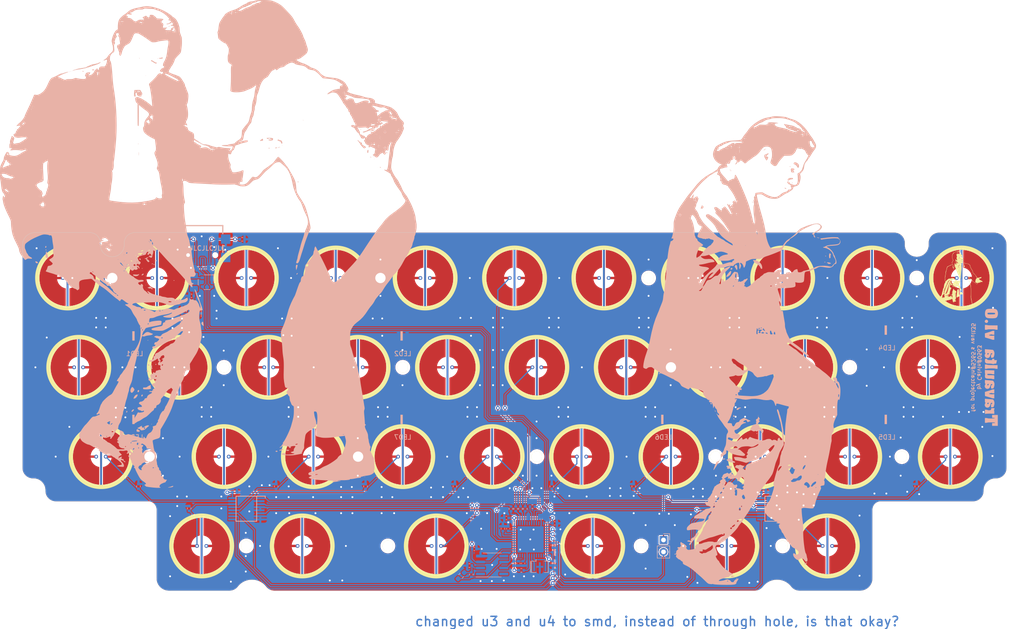
<source format=kicad_pcb>
(kicad_pcb (version 20221018) (generator pcbnew)
  (layers (0 "F.Cu" signal) (1 "In1.Cu" signal) (2 "In2.Cu" signal) (31 "B.Cu" signal) (34 "B.Paste" user) (35 "F.Paste" user) (36 "B.SilkS" user "B.Silkscreen") (37 "F.SilkS" user "F.Silkscreen") (38 "B.Mask" user) (39 "F.Mask" user) (44 "Edge.Cuts" user))
  (net 0 "")
  (net 1 "GND")
  (net 2 "D-")
  (net 3 "D+")
  (net 4 "VCC")
  (net 5 "+5V")
  (net 6 "Net-(U1-VCAP1)")
  (net 7 "NRST")
  (net 8 "APLEX_OUT_PIN_0")
  (net 9 "ROW0")
  (net 10 "ROW1")
  (net 11 "Net-(JP1-B)")
  (net 12 "VBAT")
  (net 13 "BOOT1")
  (net 14 "COL0")
  (net 15 "COL1")
  (net 16 "COL2")
  (net 17 "COL3")
  (net 18 "COL4")
  (net 19 "COL5")
  (net 20 "COL6")
  (net 21 "COL7")
  (net 22 "COL8")
  (net 23 "COL9")
  (net 24 "ROW2")
  (net 25 "ROW3")
  (net 26 "Net-(U1-PB12)")
  (net 27 "Net-(U1-PB15)")
  (net 28 "Net-(U1-PA10)")
  (net 29 "XTAL0")
  (net 30 "XTAL1")
  (net 31 "Net-(U1-PB14)")
  (net 32 "Net-(U1-PB13)")
  (net 33 "Net-(USB1-CC1)")
  (net 34 "Net-(USB1-CC2)")
  (net 39 "SWDIO")
  (net 40 "SWCLK")
  (net 41 "ADC")
  (net 43 "AMUX_SEL_2")
  (net 44 "AMUX_SEL_1")
  (net 45 "AMUX_SEL_0")
  (net 46 "BOOT0")
  (net 47 "APLEX_EN_PIN_1")
  (net 48 "APLEX_EN_PIN_0")
  (net 63 "Net-(LED1-DOUT)")
  (net 64 "rgb underglow")
  (net 65 "Net-(LED2-DOUT)")
  (net 66 "Net-(LED3-DOUT)")
  (net 67 "Net-(LED4-DOUT)")
  (net 68 "Net-(LED5-DOUT)")
  (net 69 "Net-(LED6-DOUT)")
  (net 70 "Net-(LED7-DOUT)")
  (footprint "cipulot_parts:ecs_pad_1U_no_ring" (layer "F.Cu") (at 211.1375 76.2)
    (fp_text reference "SW20")
    (fp_text value "EC_SW" hide)
  )
  (footprint "cipulot_parts:HOLE_M2" (layer "F.Cu") (at 120.65 57.15)
    (fp_text reference "H2" hide)
    (fp_text value "MountingHole" hide)
  )
  (footprint "cipulot_parts:ecs_pad_1U_no_ring" (layer "F.Cu") (at 163.5125 95.25 180)
    (fp_text reference "SW27")
    (fp_text value "EC_SW" hide)
  )
  (footprint "cipulot_parts:HOLE_M2" (layer "F.Cu") (at 153.9875 95.25)
    (fp_text reference "H11" hide)
    (fp_text value "MountingHole" hide)
  )
  (footprint "cipulot_parts:ecs_pad_1U_no_ring" (layer "F.Cu") (at 115.8875 76.2)
    (fp_text reference "SW15")
    (fp_text value "EC_SW" hide)
  )
  (footprint "cipulot_parts:ecs_pad_1U_no_ring" (layer "F.Cu") (at 173.0375 76.2)
    (fp_text reference "SW18")
    (fp_text value "EC_SW" hide)
  )
  (footprint "cipulot_parts:ecs_pad_1U_no_ring" (layer "F.Cu") (at 53.975 57.15)
    (fp_text reference "SW1")
    (fp_text value "EC_SW" hide)
  )
  (footprint "cipulot_parts:ecs_pad_1U_no_ring" (layer "F.Cu") (at 206.375 57.15)
    (fp_text reference "SW9")
    (fp_text value "EC_SW" hide)
  )
  (footprint "cipulot_parts:ecs_pad_1U_no_ring" (layer "F.Cu") (at 182.5625 95.25 180)
    (fp_text reference "SW28")
    (fp_text value "EC_SW" hide)
  )
  (footprint "cipulot_parts:HOLE_M2" (layer "F.Cu") (at 63.5 57.15)
    (fp_text reference "H1" hide)
    (fp_text value "MountingHole" hide)
  )
  (footprint "cipulot_parts:ecs_pad_1U_no_ring" (layer "F.Cu") (at 111.125 57.15)
    (fp_text reference "SW4")
    (fp_text value "EC_SW" hide)
  )
  (footprint "cipulot_parts:ecs_pad_1U_no_ring" (layer "F.Cu") (at 153.9875 76.2)
    (fp_text reference "SW17")
    (fp_text value "EC_SW" hide)
  )
  (footprint "cipulot_parts:ecs_pad_1U_no_ring" (layer "F.Cu") (at 56.358 76.2)
    (fp_text reference "SW12")
    (fp_text value "EC_SW" hide)
  )
  (footprint "cipulot_parts:ecs_pad_1U_no_ring" (layer "F.Cu") (at 87.3125 95.25 180)
    (fp_text reference "SW23")
    (fp_text value "EC_SW" hide)
  )
  (footprint "cipulot_parts:ecs_pad_1U_no_ring" (layer "F.Cu") (at 132.555 114.3 180)
    (fp_text reference "SW34")
    (fp_text value "EC_SW" hide)
  )
  (footprint "cipulot_parts:ecs_pad_1U_no_ring" (layer "F.Cu") (at 61.12 95.25)
    (fp_text reference "SW22")
    (fp_text value "EC_SW" hide)
  )
  (footprint "cipulot_parts:ecs_pad_1U_no_ring" (layer "F.Cu") (at 134.9375 76.2)
    (fp_text reference "SW16")
    (fp_text value "EC_SW" hide)
  )
  (footprint "cipulot_parts:ecs_pad_1U_no_ring" (layer "F.Cu") (at 96.8375 76.2)
    (fp_text reference "SW14")
    (fp_text value "EC_SW" hide)
  )
  (footprint "cipulot_parts:HOLE_M2" (layer "F.Cu") (at 71.4375 95.25)
    (fp_text reference "H9" hide)
    (fp_text value "MountingHole" hide)
  )
  (footprint "cipulot_parts:ecs_pad_1U_no_ring" (layer "F.Cu") (at 168.275 57.15)
    (fp_text reference "SW7")
    (fp_text value "EC_SW" hide)
  )
  (footprint "cipulot_parts:HOLE_M2" (layer "F.Cu") (at 231.775 95.25)
    (fp_text reference "H13" hide)
    (fp_text value "MountingHole" hide)
  )
  (footprint "cipulot_parts:ecs_pad_1U_no_ring" (layer "F.Cu") (at 106.3625 95.25 180)
    (fp_text reference "SW24")
    (fp_text value "EC_SW" hide)
  )
  (footprint "cipulot_parts:ecs_pad_1U_no_ring" (layer "F.Cu") (at 244.475 57.15)
    (fp_text reference "SW11")
    (fp_text value "EC_SW" hide)
  )
  (footprint "cipulot_parts:HOLE_M2" (layer "F.Cu") (at 87.3125 76.2)
    (fp_text reference "H5" hide)
    (fp_text value "MountingHole" hide)
  )
  (footprint "cipulot_parts:ecs_pad_1U_no_ring" (layer "F.Cu") (at 242.095 95.25 180)
    (fp_text reference "SW31")
    (fp_text value "EC_SW" hide)
  )
  (footprint "cipulot_parts:ecs_pad_1U_no_ring" (layer "F.Cu") (at 73.025 57.15)
    (fp_text reference "SW2")
    (fp_text value "EC_SW" hide)
  )
  (footprint "LOGO" (layer "F.Cu") (at 244.475 57.15)
    (fp_text reference "G***" hide)
    (fp_text value "LOGO" hide)
  )
  (footprint "cipulot_parts:ecs_pad_1U_no_ring" (layer "F.Cu") (at 130.175 57.15)
    (fp_text reference "SW5")
    (fp_text value "EC_SW" hide)
  )
  (footprint "cipulot_parts:ecs_pad_1U_no_ring" (layer "F.Cu") (at 187.325 57.15)
    (fp_text reference "SW8")
    (fp_text value "EC_SW" hide)
  )
  (footprint "cipulot_parts:HOLE_M2" (layer "F.Cu") (at 115.8875 95.25)
    (fp_text reference "H10" hide)
    (fp_text value "MountingHole" hide)
  )
  (footprint "cipulot_parts:ecs_pad_1U_no_ring" (layer "F.Cu") (at 77.7875 76.2)
    (fp_text reference "SW13")
    (fp_text value "EC_SW" hide)
  )
  (footprint "cipulot_parts:ecs_pad_1U_no_ring" (layer "F.Cu") (at 237.33 76.2 180)
    (fp_text reference "SW21")
    (fp_text value "EC_SW" hide)
  )
  (footprint "cipulot_parts:HOLE_M2" (layer "F.Cu") (at 220.6625 76.2)
    (fp_text reference "H8" hide)
    (fp_text value "MountingHole" hide)
  )
  (footprint "cipulot_parts:HOLE_M2" (layer "F.Cu") (at 122.2375 114.3)
    (fp_text reference "H15" hide)
    (fp_text value "MountingHole" hide)
  )
  (footprint "cipulot_parts:HOLE_M2" (layer "F.Cu") (at 177.8 57.15)
    (fp_text reference "H3" hide)
    (fp_text value "MountingHole" hide)
  )
  (footprint "cipulot_parts:ecs_pad_1U_no_ring" (layer "F.Cu") (at 194.47 114.3 180)
    (fp_text reference "SW36")
    (fp_text value "EC_SW" hide)
  )
  (footprint "cipulot_parts:ecs_pad_1U_no_ring" (layer "F.Cu") (at 165.892 114.3 180)
    (fp_text reference "SW35")
    (fp_text value "EC_SW" hide)
  )
  (footprint "cipulot_parts:HOLE_M2" (layer "F.Cu") (at 206.375 114.3)
    (fp_text reference "H17" hide)
    (fp_text value "MountingHole" hide)
  )
  (footprint "cipulot_parts:ecs_pad_1U_no_ring" (layer "F.Cu") (at 125.4125 95.25 180)
    (fp_text reference "SW25")
    (fp_text value "EC_SW" hide)
  )
  (footprint "cipulot_parts:ecs_pad_1U_no_ring" (layer "F.Cu") (at 103.98 114.3 180)
    (fp_text reference "SW33")
    (fp_text value "EC_SW" hide)
  )
  (footprint "cipulot_parts:HOLE_M2" (layer "F.Cu") (at 234.95 57.15)
    (fp_text reference "H4" hide)
    (fp_text value "MountingHole" hide)
  )
  (footprint "cipulot_parts:ecs_pad_1U_no_ring" (layer "F.Cu") (at 82.55 114.3 180)
    (fp_text reference "SW32")
    (fp_text value "EC_SW" hide)
  )
  (footprint "cipulot_parts:HOLE_M2" (layer "F.Cu") (at 125.4125 76.2)
    (fp_text reference "H6" hide)
    (fp_text value "MountingHole" hide)
  )
  (footprint "cipulot_parts:ecs_pad_1U_no_ring" (layer "F.Cu") (at 92.075 57.15)
    (fp_text reference "SW3")
    (fp_text value "EC_SW" hide)
  )
  (footprint "cipulot_parts:ecs_pad_1U_no_ring" (layer "F.Cu") (at 144.4625 95.25 180)
    (fp_text reference "SW26")
    (fp_text value "EC_SW" hide)
  )
  (footprint "cipulot_parts:HOLE_M2" (layer "F.Cu") (at 176.2125 114.3)
    (fp_text reference "H16" hide)
    (fp_text value "MountingHole" hide)
  )
  (footprint "cipulot_parts:HOLE_M2" (layer "F.Cu") (at 192.0875 95.25)
    (fp_text reference "H12" hide)
    (fp_text value "MountingHole" hide)
  )
  (footprint "cipulot_parts:ecs_pad_1U_no_ring" (layer "F.Cu") (at 149.225 57.15)
    (fp_text reference "SW6")
    (fp_text value "EC_SW" hide)
  )
  (footprint "cipulot_parts:ecs_pad_1U_no_ring" (layer "F.Cu") (at 220.6625 95.25 180)
    (fp_text reference "SW30")
    (fp_text value "EC_SW" hide)
  )
  (footprint "cipulot_parts:ecs_pad_1U_no_ring" (layer "F.Cu") (at 201.6125 95.25 180)
    (fp_text reference "SW29")
    (fp_text value "EC_SW" hide)
  )
  (footprint "cipulot_parts:ecs_pad_1U_no_ring" (layer "F.Cu") (at 215.9 114.3 180)
    (fp_text reference "SW37")
    (fp_text value "EC_SW" hide)
  )
  (footprint "cipulot_parts:ecs_pad_1U_no_ring" (layer "F.Cu") (at 225.425 57.15)
    (fp_text reference "SW10")
    (fp_text value "EC_SW" hide)
  )
  (footprint "cipulot_parts:HOLE_M2" (layer "F.Cu") (at 182.5625 76.2)
    (fp_text reference "H7" hide)
    (fp_text value "MountingHole" hide)
  )
  (footprint "cipulot_parts:HOLE_M2" (layer "F.Cu") (at 92.075 114.3)
    (fp_text reference "H14" hide)
    (fp_text value "MountingHole" hide)
  )
  (footprint "cipulot_parts:ecs_pad_1U_no_ring" (layer "F.Cu") (at 192.0875 76.2)
    (fp_text reference "SW19")
    (fp_text value "EC_SW" hide)
  )
  (footprint "Crystal:Resonator_SMD_Murata_CSTxExxV-3Pin_3.0x1.1mm" (layer "B.Cu") (at 154.616 118.745)
    (fp_text reference "Y1" hide)
    (fp_text value "16 MHz")
  )
  (footprint "Capacitor_SMD:C_0402_1005Metric" (layer "B.Cu") (at 147.504 108.331 180)
    (fp_text reference "C7" hide)
    (fp_text value "100n")
  )
  (footprint "Capacitor_SMD:C_0402_1005Metric" (layer "B.Cu") (at 202.311 102.87)
    (fp_text reference "C12" hide)
    (fp_text value "0.1u")
  )
  (footprint "Capacitor_SMD:C_0402_1005Metric" (layer "B.Cu") (at 149.031 118.02 -90)
    (fp_text reference "C15" hide)
    (fp_text value "0.1u")
  )
  (footprint "LOGO" (layer "B.Cu") (at 69.85 50.8 180)
    (fp_text reference "G***" hide)
    (fp_text value "LOGO" hide)
  )
  (footprint "Package_SO:SOIC-8_3.9x4.9mm_P1.27mm" (layer "B.Cu") (at 144.460375 118.364)
    (fp_text reference "U5" hide)
    (fp_text value "OPA350")
  )
  (footprint "Resistor_SMD:R_0402_1005Metric" (layer "B.Cu") (at 146.742 110.617 -90)
    (fp_text reference "R7" hide)
    (fp_text value "10k")
  )
  (footprint "Resistor_SMD:R_0402_1005Metric" (layer "B.Cu") (at 98.425 101.6 90)
    (fp_text reference "R11" hide)
    (fp_text value "100k")
  )
  (footprint "Resistor_SMD:R_0402_1005Metric" (layer "B.Cu") (at 151.511 106.387 -90)
    (fp_text reference "R2" hide)
    (fp_text value "100")
  )
  (footprint "Capacitor_SMD:C_0402_1005Metric" (layer "B.Cu") (at 157.791 115.663994)
    (fp_text reference "C9" hide)
    (fp_text value "100n")
  )
  (footprint "CrumpPrints:WS2812-2020" (layer "B.Cu") (at 125.4125 69.499 180)
    (fp_text reference "LED2")
    (fp_text value "YS-SK6812MINI-E")
  )
  (footprint "Resistor_SMD:R_0402_1005Metric" (layer "B.Cu") (at 153.035 105.918)
    (fp_text reference "R4" hide)
    (fp_text value "100k")
  )
  (footprint "Resistor_SMD:R_0402_1005Metric" (layer "B.Cu") (at 157.1625 101.6 90)
    (fp_text reference "R12" hide)
    (fp_text value "100k")
  )
  (footprint "Resistor_SMD:R_0402_1005Metric" (layer "B.Cu") (at 69.088 101.6 90)
    (fp_text reference "R15" hide)
    (fp_text value "100k")
  )
  (footprint "Capacitor_SMD:C_0402_1005Metric" (layer "B.Cu") (at 151.063 118.02 -90)
    (fp_text reference "C11" hide)
    (fp_text value "1u")
  )
  (footprint "CrumpPrints:WS2812-2020" (layer "B.Cu") (at 68.2625 69.499 180)
    (fp_text reference "LED1")
    (fp_text value "YS-SK6812MINI-E")
  )
  (footprint "Resistor_SMD:R_0402_1005Metric" (layer "B.Cu") (at 79.883 106.299 90)
    (fp_text reference "R13" hide)
    (fp_text value "100k")
  )
  (footprint "Capacitor_SMD:C_0402_1005Metric" (layer "B.Cu") (at 157.791 109.474)
    (fp_text reference "C8" hide)
    (fp_text value "100n")
  )
  (footprint "Resistor_SMD:R_0402_1005Metric" (layer "B.Cu") (at 174.625 101.6 90)
    (fp_text reference "R10" hide)
    (fp_text value "100k")
  )
  (footprint "cipulot_parts:TSSOP16" (layer "B.Cu") (at 204.7875 106.3625 -90)
    (fp_text reference "U3")
    (fp_text value "74HC4051")
  )
  (footprint "Package_DFN_QFN:QFN-48-1EP_7x7mm_P0.5mm_EP5.6x5.6mm" (layer "B.Cu") (at 152.646 112.903 90)
    (fp_text reference "U1" hide)
    (fp_text value "STM32F411CCUx")
  )
  (footprint "Resistor_SMD:R_0402_1005Metric" (layer "B.Cu") (at 148.463 106.387 90)
    (fp_text reference "R1" hide)
    (fp_text value "100")
  )
  (footprint "Resistor_SMD:R_0402_1005Metric" (layer "B.Cu") (at 234.95 101.6 90)
    (fp_text reference "R16" hide)
    (fp_text value "100k")
  )
  (footprint "LOGO" (layer "B.Cu") (at 250.825 76.2 90)
    (fp_text reference "G***" hide)
    (fp_text value "LOGO" hide)
  )
  (footprint "CrumpPrints:WS2812-2020" (layer "B.Cu") (at 68.2625 87.3125 180)
    (fp_text reference "LED8")
    (fp_text value "YS-SK6812MINI-E")
  )
  (footprint "Capacitor_SMD:C_0402_1005Metric" (layer "B.Cu") (at 140.650375 114.935 180)
    (fp_text reference "C14" hide)
    (fp_text value "220p")
  )
  (footprint "Resistor_SMD:R_0402_1005Metric" (layer "B.Cu") (at 149.479 106.387 90)
    (fp_text reference "R9" hide)
    (fp_text value "100")
  )
  (footprint "Capacitor_SMD:C_0402_1005Metric" (layer "B.Cu") (at 89.587153 102.878779)
    (fp_text reference "C13" hide)
    (fp_text value "0.1u")
  )
  (footprint "Resistor_SMD:R_0402_1005Metric" (layer "B.Cu") (at 140.015375 120.396 -90)
    (fp_text reference "R21" hide)
    (fp_text value "100")
  )
  (footprint "Capacitor_SMD:C_0402_1005Metric" (layer "B.Cu") (at 78.359 64.262 90)
    (fp_text reference "C5" hide)
    (fp_text value "1u")
  )
  (footprint "Resistor_SMD:R_0402_1005Metric" (layer "B.Cu") (at 193.675 101.6 90)
    (fp_text reference "R20" hide)
    (fp_text value "100k")
  )
  (footprint "Resistor_SMD:R_0402_1005Metric" (layer "B.Cu") (at 139.634375 118.491 180)
    (fp_text reference "R23" hide)
    (fp_text value "1k")
  )
  (footprint "Resistor_SMD:R_0402_1005Metric" (layer "B.Cu") (at 207.9625 111.125 -90)
    (fp_text reference "R14" hide)
    (fp_text value "100k")
  )
  (footprint "CrumpPrints:WS2812-2020" (layer "B.Cu") (at 228.6 68.2625 180)
    (fp_text reference "LED4")
    (fp_text value "YS-SK6812MINI-E")
  )
  (footprint "Resistor_SMD:R_0402_1005Metric" (layer "B.Cu") (at 150.679 119.507)
    (fp_text reference "R6" hide)
    (fp_text value "10k")
  )
  (footprint "Fuse:Fuse_1206_3216Metric" (layer "B.Cu") (at 80.899 58.039 -90)
    (fp_text reference "F_USBC1" hide)
    (fp_text value "500mA")
  )
  (footprint "Package_TO_SOT_SMD:SOT-143" (layer "B.Cu") (at 83.693 58.039 180)
    (fp_text reference "D1" hide)
    (fp_text value "PRTR5V0U2X")
  )
  (footprint "Resistor_SMD:R_0402_1005Metric" (layer "B.Cu") (at 74.168 48.895)
    (fp_text reference "R18" hide)
    (fp_text value "5.1k")
  )
  (footprint "Resistor_SMD:R_0402_1005Metric" (layer "B.Cu") (at 157.41 114.173 -90)
    (fp_text reference "R3" hide)
    (fp_text value "10k")
  )
  (footprint "Resistor_SMD:R_0402_1005Metric" (layer "B.Cu") (at 150.495 106.387 -90)
    (fp_text reference "R8" hide)
    (fp_text value "100")
  )
  (footprint "Capacitor_SMD:C_0402_1005Metric" (layer "B.Cu") (at 147.885 110.617 90)
    (fp_text reference "C1" hide)
    (fp_text value "4.7u")
  )
  (footprint "Capacitor_SMD:C_0402_1005Metric" (layer "B.Cu") (at 80.391 60.96 180)
    (fp_text reference "C4" hide)
    (fp_text value "1u")
  )
  (footprint "CrumpPrints:WS2812-2020" (layer "B.Cu") (at 180.975 69.499 180)
    (fp_text reference "LED3")
    (fp_text value "YS-SK6812MINI-E")
  )
  (footprint "cipulot_parts:TSSOP16" (layer "B.Cu") (at 92.075 106.3625 -90)
    (fp_text reference "U4")
    (fp_text value "74HC4051")
  )
  (footprint "Connector_PinHeader_2.54mm:PinHeader_1x02_P2.54mm_Vertical" (layer "B.Cu") (at 180.975 113.025 180)
    (fp_text reference "SW38" hide)
    (fp_text value "BOOT0")
  )
  (footprint "CrumpPrints:WS2812-2020" (layer "B.Cu") (at 180.975 87.3125 180)
    (fp_text reference "LED6")
    (fp_text value "YS-SK6812MINI-E")
  )
  (footprint "Capacitor_SMD:C_0402_1005Metric" (layer "B.Cu") (at 157.41 117.983 -90)
    (fp_text reference "C6" hide)
    (fp_text value "100n")
  )
  (footprint "Package_TO_SOT_SMD:SOT-23" (layer "B.Cu") (at 80.899 63.754 90)
    (fp_text reference "U2" hide)
    (fp_text value "XC6206PxxxMR")
  )
  (footprint "LOGO" (layer "B.Cu") (at 197.679332 72.773321 180)
    (fp_text reference "G***" hide)
    (fp_text value "LOGO" hide)
  )
  (footprint "Resistor_SMD:R_0603_1608Metric_Pad0.98x0.95mm_HandSolder" (layer "B.Cu") (at 137.856375 120.65 45)
    (fp_text reference "JP1" hide)
    (fp_text value "Ext_Res")
  )
  (footprint "cipulot_parts:TYPEC-304YSSW-ACP16" (layer "B.Cu") (at 82.55 45.974)
    (fp_text reference "USB1" hide)
    (fp_text value "TYPEC-304YSSW-ACP16")
  )
  (footprint "Resistor_SMD:R_0402_1005Metric" (layer "B.Cu") (at 136.525 101.6 90)
    (fp_text reference "R19" hide)
    (fp_text value "100k")
  )
  (footprint "LOGO" (layer "B.Cu") (at 98.425 49.2125 180)
    (fp_text reference "G***" hide)
    (fp_text value "LOGO" hide)
  )
  (footprint "Resistor_SMD:R_0402_1005Metric" (layer "B.Cu") (at 91.186 48.895)
    (fp_text reference "R24" hide)
    (fp_text value "5.1k")
  )
  (footprint "Capacitor_SMD:C_0402_1005Metric" (layer "B.Cu") (at 150.047 118.02 -90)
    (fp_text reference "C10" hide)
    (fp_text value "100n")
  )
  (footprint "CrumpPrints:WS2812-2020" (layer "B.Cu") (at 228.6 87.3125 180)
    (fp_text reference "LED5")
    (fp_text value "YS-SK6812MINI-E")
  )
  (footprint "Resistor_SMD:R_0402_1005Metric" (layer "B.Cu") (at 117.475 101.6 90)
    (fp_text reference "R17" hide)
    (fp_text value "100k")
  )
  (footprint "CrumpPrints:WS2812-2020" (layer "B.Cu") (at 125.4125 87.3125 180)
    (fp_text reference "LED7")
    (fp_text value "YS-SK6812MINI-E")
  )
  (gr_arc locked (start 237.500001 49.675) (mid 238.144372 48.119371) (end 239.7 47.475001) (stroke (width 0.05)) (layer "Edge.Cuts"))
  (gr_line locked (start 85.470568 47.474999) (end 79.640568 47.474999) (stroke (width 0.05)) (layer "Edge.Cuts"))
  (gr_arc locked (start 90.257292 122.969097) (mid 93.265625 121.49072) (end 96.273958 122.969097) (stroke (width 0.05)) (layer "Edge.Cuts"))
  (gr_line locked (start 72.95 106.575) (end 72.95 121.224999) (stroke (width 0.05)) (layer "Edge.Cuts"))
  (gr_line locked (start 98.015625 123.825) (end 200.434375 123.825) (stroke (width 0.05)) (layer "Edge.Cuts"))
  (gr_line locked (start 251.474999 47.474999) (end 239.7 47.475001) (stroke (width 0.05)) (layer "Edge.Cuts"))
  (gr_line locked (start 46.575 99.884) (end 46.716 99.884) (stroke (width 0.05)) (layer "Edge.Cuts"))
  (gr_arc locked (start 66.05 49.675) (mid 66.694371 48.119372) (end 68.249999 47.474999) (stroke (width 0.05)) (layer "Edge.Cuts"))
  (gr_line locked (start 209.934375 123.825) (end 222.9 123.825) (stroke (width 0.05)) (layer "Edge.Cuts"))
  (gr_arc locked (start 202.176041 122.969097) (mid 205.184375 121.490719) (end 208.192708 122.969097) (stroke (width 0.05)) (layer "Edge.Cuts"))
  (gr_arc locked (start 230.200001 47.474999) (mid 231.755646 48.119357) (end 232.4 49.675) (stroke (width 0.05)) (layer "Edge.Cuts"))
  (gr_arc locked (start 66.05 50.075) (mid 63.499999 52.624976) (end 60.949999 50.074999) (stroke (width 0.05)) (layer "Edge.Cuts"))
  (gr_line locked (start 225.5 121.224999) (end 225.5 106.575) (stroke (width 0.05)) (layer "Edge.Cuts"))
  (gr_line locked (start 249.184374 102.574999) (end 249.184374 102.433999) (stroke (width 0.05)) (layer "Edge.Cuts"))
  (gr_line locked (start 58.75 47.475001) (end 46.975 47.474999) (stroke (width 0.05)) (layer "Edge.Cuts"))
  (gr_arc locked (start 249.184374 102.574999) (mid 248.54 104.130605) (end 246.984375 104.774998) (stroke (width 0.05)) (layer "Edge.Cuts"))
  (gr_arc locked (start 71.150001 104.774999) (mid 72.422802 105.302199) (end 72.95 106.575) (stroke (width 0.05)) (layer "Edge.Cuts"))
  (gr_line locked (start 232.4 50.075) (end 232.4 49.675) (stroke (width 0.05)) (layer "Edge.Cuts"))
  (gr_arc locked (start 202.176041 122.969097) (mid 201.404683 123.599469) (end 200.434375 123.825) (stroke (width 0.05)) (layer "Edge.Cuts"))
  (gr_line locked (start 254.075 97.684) (end 254.075 50.075) (stroke (width 0.05)) (layer "Edge.Cuts"))
  (gr_line locked (start 60.949999 50.074999) (end 60.949999 49.675) (stroke (width 0.05)) (layer "Edge.Cuts"))
  (gr_line locked (start 227.299999 104.774999) (end 246.984375 104.774998) (stroke (width 0.05)) (layer "Edge.Cuts"))
  (gr_line locked (start 230.200001 47.474999) (end 85.470568 47.474999) (stroke (width 0.05)) (layer "Edge.Cuts"))
  (gr_arc locked (start 225.5 106.575) (mid 226.027214 105.302214) (end 227.299999 104.774999) (stroke (width 0.05)) (layer "Edge.Cuts"))
  (gr_arc locked (start 225.5 121.224999) (mid 224.738484 123.063483) (end 222.9 123.825) (stroke (width 0.05)) (layer "Edge.Cuts"))
  (gr_arc locked (start 90.257292 122.969097) (mid 89.485929 123.599459) (end 88.515625 123.825) (stroke (width 0.05)) (layer "Edge.Cuts"))
  (gr_arc locked (start 46.716 99.884) (mid 48.519131 100.630869) (end 49.266 102.433999) (stroke (width 0.05)) (layer "Edge.Cuts"))
  (gr_line locked (start 79.640568 47.474999) (end 68.249999 47.474999) (stroke (width 0.05)) (layer "Edge.Cuts"))
  (gr_arc locked (start 251.474999 47.474999) (mid 253.313488 48.236514) (end 254.075 50.075) (stroke (width 0.05)) (layer "Edge.Cuts"))
  (gr_line locked (start 75.55 123.825) (end 88.515625 123.825) (stroke (width 0.05)) (layer "Edge.Cuts"))
  (gr_arc locked (start 44.375 50.075) (mid 45.136508 48.236507) (end 46.975 47.474999) (stroke (width 0.05)) (layer "Edge.Cuts"))
  (gr_arc locked (start 237.500001 50.074999) (mid 234.950005 52.624958) (end 232.4 50.075) (stroke (width 0.05)) (layer "Edge.Cuts"))
  (gr_line locked (start 44.375 50.075) (end 44.375 97.684) (stroke (width 0.05)) (layer "Edge.Cuts"))
  (gr_arc locked (start 209.934375 123.825) (mid 208.964047 123.599508) (end 208.192708 122.969097) (stroke (width 0.05)) (layer "Edge.Cuts"))
  (gr_arc locked (start 75.55 123.825) (mid 73.711531 123.063469) (end 72.95 121.224999) (stroke (width 0.05)) (layer "Edge.Cuts"))
  (gr_arc locked (start 254.075 97.684) (mid 253.430641 99.23964) (end 251.875 99.884) (stroke (width 0.05)) (layer "Edge.Cuts"))
  (gr_arc locked (start 98.015625 123.825) (mid 97.045319 123.599465) (end 96.273958 122.969097) (stroke (width 0.05)) (layer "Edge.Cuts"))
  (gr_line locked (start 251.734375 99.884) (end 251.875 99.884) (stroke (width 0.05)) (layer "Edge.Cuts"))
  (gr_arc locked (start 51.466 104.774999) (mid 49.910375 104.130625) (end 49.266 102.575) (stroke (width 0.05)) (layer "Edge.Cuts"))
  (gr_line locked (start 66.05 49.675) (end 66.05 50.075) (stroke (width 0.05)) (layer "Edge.Cuts"))
  (gr_arc locked (start 58.75 47.475001) (mid 60.305643 48.119357) (end 60.949999 49.675) (stroke (width 0.05)) (layer "Edge.Cuts"))
  (gr_line locked (start 237.500001 49.675) (end 237.500001 50.074999) (stroke (width 0.05)) (layer "Edge.Cuts"))
  (gr_line locked (start 49.266 102.433999) (end 49.266 102.575) (stroke (width 0.05)) (layer "Edge.Cuts"))
  (gr_arc locked (start 46.575 99.884) (mid 45.019374 99.239626) (end 44.375 97.684) (stroke (width 0.05)) (layer "Edge.Cuts"))
  (gr_line locked (start 51.466 104.774999) (end 71.150001 104.774999) (stroke (width 0.05)) (layer "Edge.Cuts"))
  (gr_arc locked (start 249.184374 102.433999) (mid 249.931233 100.630857) (end 251.734375 99.884) (stroke (width 0.05)) (layer "Edge.Cuts"))
  (gr_text "changed u3 and u4 to smd, instead of through hole, is that okay?" (at 127.889 131.572) (layer "B.Cu") (effects (font (size 2 2) (thickness 0.3) bold) (justify left bottom)))
  (gr_text "JLCJLCJLCJLC" (at 82.55 50.8) (layer "B.SilkS") (effects (font (size 1 1))))
  (gr_text "by Calvin#0563\nfor projectcain#5265's vault35\n" (at 247.65 76.2 -90) (layer "B.SilkS") (effects (font (size 0.8 0.8)) (justify mirror)))
  (via (at 74.295 91.313) (size 0.8) (drill 0.4) (layers "F.Cu" "B.Cu") (net 1))
  (via (at 188.214 122.174) (size 0.8) (drill 0.4) (layers "F.Cu" "B.Cu") (net 1))
  (via (at 151.003 99.314) (size 0.8) (drill 0.4) (layers "F.Cu" "B.Cu") (net 1))
  (via (at 248.92 88.9) (size 0.8) (drill 0.4) (layers "F.Cu" "B.Cu") (net 1))
  (via (at 92.71 106.934) (size 0.8) (drill 0.4) (layers "F.Cu" "B.Cu") (net 1))
  (via (at 196.342 86.741) (size 0.8) (drill 0.4) (layers "F.Cu" "B.Cu") (net 1))
  (via (at 97.028 101.346) (size 0.8) (drill 0.4) (layers "F.Cu" "B.Cu") (net 1))
  (via (at 177.165 109.855) (size 0.8) (drill 0.4) (layers "F.Cu" "B.Cu") (net 1))
  (via (at 101.727 69.469) (size 0.8) (drill 0.4) (layers "F.Cu" "B.Cu") (net 1))
  (via (at 106.807 107.315) (size 0.8) (drill 0.4) (layers "F.Cu" "B.Cu") (net 1))
  (via (at 85.217 50.546) (size 0.8) (drill 0.4) (layers "F.Cu" "B.Cu") (net 1))
  (via (at 233.934 67.691) (size 0.8) (drill 0.4) (layers "F.Cu" "B.Cu") (net 1))
  (via (at 87.249 80.01) (size 0.8) (drill 0.4) (layers "F.Cu" "B.Cu") (net 1))
  (via (at 79.375 103.759) (size 0.8) (drill 0.4) (layers "F.Cu" "B.Cu") (net 1))
  (via (at 146.939 121.666) (size 0.8) (drill 0.4) (layers "F.Cu" "B.Cu") (net 1))
  (via (at 47.117 76.2) (size 0.8) (drill 0.4) (layers "F.Cu" "B.Cu") (net 1))
  (via (at 131.445 101.854) (size 0.8) (drill 0.4) (layers "F.Cu" "B.Cu") (net 1))
  (via (at 169.545 103.632) (size 0.8) (drill 0.4) (layers "F.Cu" "B.Cu") (net 1))
  (via (at 196.342 84.709) (size 0.8) (drill 0.4) (layers "F.Cu" "B.Cu") (net 1))
  (via (at 77.43 51.094) (size 0.8) (drill 0.4) (layers "F.Cu" "B.Cu") (net 1))
  (via (at 112.268 107.315) (size 0.8) (drill 0.4) (layers "F.Cu" "B.Cu") (net 1))
  (via (at 232.156 86.741) (size 0.8) (drill 0.4) (layers "F.Cu" "B.Cu") (net 1))
  (via (at 182.499 80.01) (size 0.8) (drill 0.4) (layers "F.Cu" "B.Cu") (net 1))
  (via (at 77.343 105.791) (size 0.8) (drill 0.4) (layers "F.Cu" "B.Cu") (net 1))
  (via (at 76.327 67.818) (size 0.8) (drill 0.4) (layers "F.Cu" "B.Cu") (net 1))
  (via (at 186.055 120.904) (size 0.8) (drill 0.4) (layers "F.Cu" "B.Cu") (net 1))
  (via (at 113.284 114.3) (size 0.8) (drill 0.4) (layers "F.Cu" "B.Cu") (net 1))
  (via (at 215.773 67.691) (size 0.8) (drill 0.4) (layers "F.Cu" "B.Cu") (net 1))
  (via (at 171.831 101.981) (size 0.8) (drill 0.4) (layers "F.Cu" "B.Cu") (net 1))
  (via (at 195.072 67.691) (size 0.8) (drill 0.4) (layers "F.Cu" "B.Cu") (net 1))
  (via (at 144.653 76.2) (size 0.8) (drill 0.4) (layers "F.Cu" "B.Cu") (net 1))
  (via (at 114.681 103.886) (size 0.8) (drill 0.4) (layers "F.Cu" "B.Cu") (net 1))
  (via (at 82.55 86.741) (size 0.8) (drill 0.4) (layers "F.Cu" "B.Cu") (net 1))
  (via (at 142.113 110.617) (size 0.8) (drill 0.4) (layers "F.Cu" "B.Cu") (net 1))
  (via (at 231.521 99.314) (size 0.8) (drill 0.4) (layers "F.Cu" "B.Cu") (net 1))
  (via (at 160.909 107.315) (size 0.8) (drill 0.4) (layers "F.Cu" "B.Cu") (net 1))
  (via (at 114.554 101.727) (size 0.8) (drill 0.4) (layers "F.Cu" "B.Cu") (net 1))
  (via (at 231.902 67.691) (size 0.8) (drill 0.4) (layers "F.Cu" "B.Cu") (net 1))
  (via (at 118.999 65.786) (size 0.8) (drill 0.4) (layers "F.Cu" "B.Cu") (net 1))
  (via (at 189.357 103.759) (size 0.8) (drill 0.4) (layers "F.Cu" "B.Cu") (net 1))
  (via (at 75.819 120.777) (size 0.8) (drill 0.4) (layers "F.Cu" "B.Cu") (net 1))
  (via (at 137.668 65.659) (size 0.8) (drill 0.4) (layers "F.Cu" "B.Cu") (net 1))
  (via (at 84.582 86.741) (size 0.8) (drill 0.4) (layers "F.Cu" "B.Cu") (net 1))
  (via (at 173.101 95.25) (size 0.8) (drill 0.4) (layers "F.Cu" "B.Cu") (net 1))
  (via (at 141.859 80.01) (size 0.8) (drill 0.4) (layers "F.Cu" "B.Cu") (net 1))
  (via (at 120.904 107.315) (size 0.8) (drill 0.4) (layers "F.Cu" "B.Cu") (net 1))
  (via (at 152.584 112.903) (size 0.8) (drill 0.4) (layers "F.Cu" "B.Cu") (net 1))
  (via (at 144.460375 118.364) (size 0.8) (drill 0.4) (layers "F.Cu" "B.Cu") (net 1))
  (via (at 47.371 50.8) (size 0.8) (drill 0.4) (layers "F.Cu" "B.Cu") (net 1))
  (via (at 99.695 65.786) (size 0.8) (drill 0.4) (layers "F.Cu" "B.Cu") (net 1))
  (via (at 210.82 103.251) (size 0.8) (drill 0.4) (layers "F.Cu" "B.Cu") (net 1))
  (via (at 199.263 122.174) (size 0.8) (drill 0.4) (layers "F.Cu" "B.Cu") (net 1))
  (via (at 195.072 65.659) (size 0.8) (drill 0.4) (layers "F.Cu" "B.Cu") (net 1))
  (via (at 231.902 65.659) (size 0.8) (drill 0.4) (layers "F.Cu" "B.Cu") (net 1))
  (via (at 234.95 61.087) (size 0.8) (drill 0.4) (layers "F.Cu" "B.Cu") (net 1))
  (via (at 144.653 65.659) (size 0.8) (drill 0.4) (layers "F.Cu" "B.Cu") (net 1))
  (via (at 139.7 57.15) (size 0.8) (drill 0.4) (layers "F.Cu" "B.Cu") (net 1))
  (via (at 153.035 101.981) (size 0.8) (drill 0.4) (layers "F.Cu" "B.Cu") (net 1))
  (via (at 233.934 65.659) (size 0.8) (drill 0.4) (layers "F.Cu" "B.Cu") (net 1))
  (via (at 139.954 65.659) (size 0.8) (drill 0.4) (layers "F.Cu" "B.Cu") (net 1))
  (via (at 139.192 86.741) (size 0.8) (drill 0.4) (layers "F.Cu" "B.Cu") (net 1))
  (via (at 232.156 84.709) (size 0.8) (drill 0.4) (layers "F.Cu" "B.Cu") (net 1))
  (via (at 66.294 86.868) (size 0.8) (drill 0.4) (layers "F.Cu" "B.Cu") (net 1))
  (via (at 158.75 57.15) (size 0.8) (drill 0.4) (layers "F.Cu" "B.Cu") (net 1))
  (via (at 123.571 107.315) (size 0.8) (drill 0.4) (layers "F.Cu" "B.Cu") (net 1))
  (via (at 215.9 57.15) (size 0.8) (drill 0.4) (layers "F.Cu" "B.Cu") (net 1))
  (via (at 62.103 67.691) (size 0.8) (drill 0.4) (layers "F.Cu" "B.Cu") (net 1))
  (via (at 187.325 102.108) (size 0.8) (drill 0.4) (layers "F.Cu" "B.Cu") (net 1))
  (via (at 213.741 67.691) (size 0.8) (drill 0.4) (layers "F.Cu" "B.Cu") (net 1))
  (via (at 196.85 57.15) (size 0.8) (drill 0.4) (layers "F.Cu" "B.Cu") (net 1))
  (via (at 106.426 76.2) (size 0.8) (drill 0.4) (layers "F.Cu" "B.Cu") (net 1))
  (via (at 153.289 120.777) (size 0.8) (drill 0.4) (layers "F.Cu" "B.Cu") (net 1))
  (via (at 123.19 103.886) (size 0.8) (drill 0.4) (layers "F.Cu" "B.Cu") (net 1))
  (via (at 159.004 110.744) (size 0.8) (drill 0.4) (layers "F.Cu" "B.Cu") (net 1))
  (via (at 198.374 86.741) (size 0.8) (drill 0.4) (layers "F.Cu" "B.Cu") (net 1))
  (via (at 138.303 101.981) (size 0.8) (drill 0.4) (layers "F.Cu" "B.Cu") (net 1))
  (via (at 120.904 101.727) (size 0.8) (drill 0.4) (layers "F.Cu" "B.Cu") (net 1))
  (via (at 158.623 67.691) (size 0.8) (drill 0.4) (layers "F.Cu" "B.Cu") (net 1))
  (via (at 174.625 103.632) (size 0.8) (drill 0.4) (layers "F.Cu" "B.Cu") (net 1))
  (via (at 144.653 72.517) (size 0.8) (drill 0.4) (layers "F.Cu" "B.Cu") (net 1))
  (via (at 125.349 80.01) (size 0.8) (drill 0.4) (layers "F.Cu" "B.Cu") (net 1))
  (via (at 109.855 121.666) (size 0.8) (drill 0.4) (layers "F.Cu" "B.Cu") (net 1))
  (via (at 177.8 53.213) (size 0.8) (drill 0.4) (layers "F.Cu" "B.Cu") (net 1))
  (via (at 213.741 65.659) (size 0.8) (drill 0.4) (layers "F.Cu" "B.Cu") (net 1))
  (via (at 251.079 50.8) (size 0.8) (drill 0.4) (layers "F.Cu" "B.Cu") (net 1))
  (via (at 164.592 103.759) (size 0.8) (drill 0.4) (layers "F.Cu" "B.Cu") (net 1))
  (via (at 101.092 84.709) (size 0.8) (drill 0.4) (layers "F.Cu" "B.Cu") (net 1))
  (via (at 179.197 84.709) (size 0.8) (drill 0.4) (layers "F.Cu" "B.Cu") (net 1))
  (via (at 197.104 65.659) (size 0.8) (drill 0.4) (layers "F.Cu" "B.Cu") (net 1))
  (via (at 82.55 84.709) (size 0.8) (drill 0.4) (layers "F.Cu" "B.Cu") (net 1))
  (via (at 82.169 60.96) (size 0.8) (drill 0.4) (layers "F.Cu" "B.Cu") (net 1))
  (via (at 101.092 86.741) (size 0.8) (drill 0.4) (layers "F.Cu" "B.Cu") (net 1))
  (via (at 101.092 101.6) (size 0.8) (drill 0.4) (layers "F.Cu" "B.Cu") (net 1))
  (via (at 134.874 95.25) (size 0.8) (drill 0.4) (layers "F.Cu" "B.Cu") (net 1))
  (via (at 85.217 60.96) (size 0.8) (drill 0.4) (layers "F.Cu" "B.Cu") (net 1))
  (via (at 103.124 84.709) (size 0.8) (drill 0.4) (layers "F.Cu" "B.Cu") (net 1))
  (via (at 215.265 86.741) (size 0.8) (drill 0.4) (layers "F.Cu" "B.Cu") (net 1))
  (via (at 160.909 103.632) (size 0.8) (drill 0.4) (layers "F.Cu" "B.Cu") (net 1))
  (via (at 60.071 67.691) (size 0.8) (drill 0.4) (layers "F.Cu" "B.Cu") (net 1))
  (via (at 133.985 101.727) (size 0.8) (drill 0.4) (layers "F.Cu" "B.Cu") (net 1))
  (via (at 133.985 103.886) (size 0.8) (drill 0.4) (layers "F.Cu" "B.Cu") (net 1))
  (via (at 51.435 95.25) (size 0.8) (drill 0.4) (layers "F.Cu" "B.Cu") (net 1))
  (via (at 96.774 95.25) (size 0.8) (drill 0.4) (layers "F.Cu" "B.Cu") (net 1))
  (via (at 251.206 63.5) (size 0.8) (drill 0.4) (layers "F.Cu" "B.Cu") (net 1))
  (via (at 101.092 103.886) (size 0.8) (drill 0.4) (layers "F.Cu" "B.Cu") (net 1))
  (via (at 222.758 120.65) (size 0.8) (drill 0.4) (layers "F.Cu" "B.Cu") (net 1))
  (via (at 244.094 69.723) (size 0.8) (drill 0.4) (layers "F.Cu" "B.Cu") (net 1))
  (via (at 201.041 121.92) (size 0.8) (drill 0.4) (layers "F.Cu" "B.Cu") (net 1))
  (via (at 77.343 103.759) (size 0.8) (drill 0.4) (layers "F.Cu" "B.Cu") (net 1))
  (via (at 177.165 86.741) (size 0.8) (drill 0.4) (layers "F.Cu" "B.Cu") (net 1))
  (via (at 121.031 69.469) (size 0.8) (drill 0.4) (layers "F.Cu" "B.Cu") (net 1))
  (via (at 246.0625 85.725) (size 0.8) (drill 0.4) (layers "F.Cu" "B.Cu") (net 1))
  (via (at 49.53 69.85) (size 0.8) (drill 0.4) (layers "F.Cu" "B.Cu") (net 1))
  (via (at 139.065 107.315) (size 0.8) (drill 0.4) (layers "F.Cu" "B.Cu") (net 1))
  (via (at 137.287 103.886) (size 0.8) (drill 0.4) (layers "F.Cu" "B.Cu") (net 1))
  (via (at 158.496 101.981) (size 0.8) (drill 0.4) (layers "F.Cu" "B.Cu") (net 1))
  (via (at 112.268 103.886) (size 0.8) (drill 0.4) (layers "F.Cu" "B.Cu") (net 1))
  (via (at 139.954 69.469) (size 0.8) (drill 0.4) (layers "F.Cu" "B.Cu") (net 1))
  (via (at 62.103 65.659) (size 0.8) (drill 0.4) (layers "F.Cu" "B.Cu") (net 1))
  (via (at 87.249 72.644) (size 0.8) (drill 0.4) (layers "F.Cu" "B.Cu") (net 1))
  (via (at 79.883 50.546) (size 0.8) (drill 0.4) (layers "F.Cu" "B.Cu") (net 1))
  (via (at 106.299 103.886) (size 0.8) (drill 0.4) (layers "F.Cu" "B.Cu") (net 1))
  (via (at 101.727 65.786) (size 0.8) (drill 0.4) (layers "F.Cu" "B.Cu") (net 1))
  (via (at 153.924 87.757) (size 0.8) (drill 0.4) (layers "F.Cu" "B.Cu") (net 1))
  (via (at 192.151 99.314) (size 0.8) (drill 0.4) (layers "F.Cu" "B.Cu") (net 1))
  (via (at 145.415 114.935) (size 0.8) (drill 0.4) (layers "F.Cu" "B.Cu") (net 1))
  (via (at 78.359 65.786) (size 0.8) (drill 0.4) (layers "F.Cu" "B.Cu") (net 1))
  (via (at 228.473 103.124) (size 0.8) (drill 0.4) (layers "F.Cu" "B.Cu") (net 1))
  (via (at 66.294 84.836) (size 0.8) (drill 0.4) (layers "F.Cu" "B.Cu") (net 1))
  (via (at 76.327 65.786) (size 0.8) (drill 0.4) (layers "F.Cu" "B.Cu") (net 1))
  (via (at 121.031 65.786) (size 0.8) (drill 0.4) (layers "F.Cu" "B.Cu") (net 1))
  (via (at 120.142 84.709) (size 0.8) (drill 0.4) (layers "F.Cu" "B.Cu") (net 1))
  (via (at 156.591 65.659) (size 0.8) (drill 0.4) (layers "F.Cu" "B.Cu") (net 1))
  (via (at 234.95 53.34) (size 0.8) (drill 0.4) (layers "F.Cu" "B.Cu") (net 1))
  (via (at 151.257 120.777) (size 0.8) (drill 0.4) (layers "F.Cu" "B.Cu") (net 1))
  (via (at 149.098 120.777) (size 0.8) (drill 0.4) (layers "F.Cu" "B.Cu") (net 1))
  (via (at 158.623 86.741) (size 0.8) (drill 0.4) (layers "F.Cu" "B.Cu") (net 1))
  (via (at 95.377 101.346) (size 0.8) (drill 0.4) (layers "F.Cu" "B.Cu") (net 1))
  (via (at 182.499 72.39) (size 0.8) (drill 0.4) (layers "F.Cu" "B.Cu") (net 1))
  (via (at 114.681 107.315) (size 0.8) (drill 0.4) (layers "F.Cu" "B.Cu") (net 1))
  (via (at 210.82 105.664) (size 0.8) (drill 0.4) (layers "F.Cu" "B.Cu") (net 1))
  (via (at 234.188 86.741) (size 0.8) (drill 0.4) (layers "F.Cu" "B.Cu") (net 1))
  (via (at 64.262 86.868) (size 0.8) (drill 0.4) (layers "F.Cu" "B.Cu") (net 1))
  (via (at 141.224 84.709) (size 0.8) (drill 0.4) (layers "F.Cu" "B.Cu") (net 1))
  (via (at 84.582 84.709) (size 0.8) (drill 0.4) (layers "F.Cu" "B.Cu") (net 1))
  (via (at 75.819 107.95) (size 0.8) (drill 0.4) (layers "F.Cu" "B.Cu") (net 1))
  (via (at 209.423 102.87) (size 0.8) (drill 0.4) (layers "F.Cu" "B.Cu") (net 1))
  (via (at 144.399 121.793) (size 0.8) (drill 0.4) (layers "F.Cu" "B.Cu") (net 1))
  (via (at 64.262 84.836) (size 0.8) (drill 0.4) (layers "F.Cu" "B.Cu") (net 1))
  (via (at 212.979 105.664) (size 0.8) (drill 0.4) (layers "F.Cu" "B.Cu") (net 1))
  (via (at 175.895 101.981) (size 0.8) (drill 0.4) (layers "F.Cu" "B.Cu") (net 1))
  (via (at 207.391 101.473) (size 0.8) (drill 0.4) (layers "F.Cu" "B.Cu") (net 1))
  (via (at 94.996 114.3) (size 0.8) (drill 0.4) (layers "F.Cu" "B.Cu") (net 1))
  (via (at 86.741 103.759) (size 0.8) (drill 0.4) (layers "F.Cu" "B.Cu") (net 1))
  (via (at 160.655 84.709) (size 0.8) (drill 0.4) (layers "F.Cu" "B.Cu") (net 1))
  (via (at 115.824 99.314) (size 0.8) (drill 0.4) (layers "F.Cu" "B.Cu") (net 1))
  (via (at 249.174 85.725) (size 0.8) (drill 0.4) (layers "F.Cu" "B.Cu") (net 1))
  (via (at 187.325 103.759) (size 0.8) (drill 0.4) (layers "F.Cu" "B.Cu") (net 1))
  (via (at 122.174 86.741) (size 0.8) (drill 0.4) (layers "F.Cu" "B.Cu") (net 1))
  (via (at 131.445 103.886) (size 0.8) (drill 0.4) (layers "F.Cu" "B.Cu") (net 1))
  (via (at 195.326 102.108) (size 0.8) (drill 0.4) (layers "F.Cu" "B.Cu") (net 1))
  (via (at 209.804 108.712) (size 0.8) (drill 0.4) (layers "F.Cu" "B.Cu") (net 1))
  (via (at 86.741 106.299) (size 0.8) (drill 0.4) (layers "F.Cu" "B.Cu") (net 1))
  (via (at 141.859 72.517) (size 0.8) (drill 0.4) (layers "F.Cu" "B.Cu") (net 1))
  (via (at 91.948 116.459) (size 0.8) (drill 0.4) (layers "F.Cu" "B.Cu") (net 1))
  (via (at 122.174 84.709) (size 0.8) (drill 0.4) (layers "F.Cu" "B.Cu") (net 1))
  (via (at 68.453 76.2) (size 0.8) (drill 0.4) (layers "F.Cu" "B.Cu") (net 1))
  (via (at 215.773 65.659) (size 0.8) (drill 0.4) (layers "F.Cu" "B.Cu") (net 1))
  (via (at 201.676 76.2) (size 0.8) (drill 0.4) (layers "F.Cu" "B.Cu") (net 1))
  (via (at 158.623 84.709) (size 0.8) (drill 0.4) (layers "F.Cu" "B.Cu") (net 1))
  (via (at 91.948 119.761) (size 0.8) (drill 0.4) (layers "F.Cu" "B.Cu") (net 1))
  (via (at 192.024 91.313) (size 0.8) (drill 0.4) (layers "F.Cu" "B.Cu") (net 1))
  (via (at 157.734 103.759) (size 0.8) (drill 0.4) (layers "F.Cu" "B.Cu") (net 1))
  (via (at 120.65 53.213) (size 0.8) (drill 0.4) (layers "F.Cu" "B.Cu") (net 1))
  (via (at 77.851 95.25) (size 0.8) (drill 0.4) (layers "F.Cu" "B.Cu") (net 1))
  (via (at 91.948 111.506) (size 0.8) (drill 0.4) (layers "F.Cu" "B.Cu") (net 1))
  (via (at 79.883 68.707) (size 0.8) (drill 0.4) (layers "F.Cu" "B.Cu") (net 1))
  (via (at 224.282 80.137) (size 0.8) (drill 0.4) (layers "F.Cu" "B.Cu") (net 1))
  (via (at 192.151 103.759) (size 0.8) (drill 0.4) (layers "F.Cu" "B.Cu") (net 1))
  (via (at 215.265 84.709) (size 0.8) (drill 0.4) (layers "F.Cu" "B.Cu") (net 1))
  (via (at 115.824 91.313) (size 0.8) (drill 0.4) (layers "F.Cu" "B.Cu") (net 1))
  (via (at 213.106 103.251) (size 0.8) (drill 0.4) (layers "F.Cu" "B.Cu") (net 1))
  (via (at 175.768 67.691) (size 0.8) (drill 0.4) (layers "F.Cu" "B.Cu") (net 1))
  (via (at 160.655 86.741) (size 0.8) (drill 0.4) (layers "F.Cu" "B.Cu") (net 1))
  (via (at 147.066 107.315) (size 0.8) (drill 0.4) (layers "F.Cu" "B.Cu") (net 1))
  (via (at 179.197 86.741) (size 0.8) (drill 0.4) (layers "F.Cu" "B.Cu") (net 1))
  (via (at 232.918 102.743) (size 0.8) (drill 0.4) (layers "F.Cu" "B.Cu") (net 1))
  (via (at 85.725 64.135) (size 0.8) (drill 0.4) (layers "F.Cu" "B.Cu") (net 1))
  (via (at 120.65 60.96) (size 0.8) (drill 0.4) (layers "F.Cu" "B.Cu") (net 1))
  (via (at 92.71 101.6) (size 0.8) (drill 0.4) (layers "F.Cu" "B.Cu") (net 1))
  (via (at 142.24 114.935) (size 0.8) (drill 0.4) (layers "F.Cu" "B.Cu") (net 1))
  (via (at 171.831 103.632) (size 0.8) (drill 0.4) (layers "F.Cu" "B.Cu") (net 1))
  (via (at 180.086 107.442) (size 0.8) (drill 0.4) (layers "F.Cu" "B.Cu") (net 1))
  (via (at 141.224 86.741) (size 0.8) (drill 0.4) (layers "F.Cu" "B.Cu") (net 1))
  (via (at 177.8 65.659) (size 0.8) (drill 0.4) (layers "F.Cu" "B.Cu") (net 1))
  (via (at 183.388 109.855) (size 0.8) (drill 0.4) (layers "F.Cu" "B.Cu") (net 1))
  (via (at 222.758 107.823) (size 0.8) (drill 0.4) (layers "F.Cu" "B.Cu") (net 1))
  (via (at 144.653 67.691) (size 0.8) (drill 0.4) (layers "F.Cu" "B.Cu") (net 1))
  (via (at 229.235 95.25) (size 0.8) (drill 0.4) (layers "F.Cu" "B.Cu") (net 1))
  (via (at 158.623 65.659) (size 0.8) (drill 0.4) (layers "F.Cu" "B.Cu") (net 1))
  (via (at 85.725 65.786) (size 0.8) (drill 0.4) (layers "F.Cu" "B.Cu") (net 1))
  (via (at 146.685 65.659) (size 0.8) (drill 0.4) (layers "F.Cu" "B.Cu") (net 1))
  (via (at 65.659 76.2) (size 0.8) (drill 0.4) (layers "F.Cu" "B.Cu") (net 1))
  (via (at 147.896567 109.273002) (size 0.8) (drill 0.4) (layers "F.Cu" "B.Cu") (net 1))
  (via (at 141.986 121.793) (size 0.8) (drill 0.4) (layers "F.Cu" "B.Cu") (net 1))
  (via (at 120.904 103.886) (size 0.8) (drill 0.4) (layers "F.Cu" "B.Cu") (net 1))
  (via (at 101.6 57.15) (size 0.8) (drill 0.4) (layers "F.Cu" "B.Cu") (net 1))
  (via (at 112.522 121.666) (size 0.8) (drill 0.4) (layers "F.Cu" "B.Cu") (net 1))
  (via (at 169.545 101.981) (size 0.8) (drill 0.4) (layers "F.Cu" "B.Cu") (net 1))
  (via (at 103.124 86.741) (size 0.8) (drill 0.4) (layers "F.Cu" "B.Cu") (net 1))
  (via (at 182.118 107.442) (size 0.8) (drill 0.4) (layers "F.Cu" "B.Cu") (net 1))
  (via (at 243.967 85.725) (size 0.8) (drill 0.4) (layers "F.Cu" "B.Cu") (net 1))
  (via (at 82.55 48.26) (size 0.8) (drill 0.4) (layers "F.Cu" "B.Cu") (net 1))
  (via (at 224.282 72.39) (size 0.8) (drill 0.4) (layers "F.Cu" "B.Cu") (net 1))
  (via (at 157.734 107.315) (size 0.8) (drill 0.4) (layers "F.Cu" "B.Cu") (net 1))
  (via (at 125.349 72.517) (size 0.8) (drill 0.4) (layers "F.Cu" "B.Cu") (net 1))
  (via (at 198.374 84.709) (size 0.8) (drill 0.4) (layers "F.Cu" "B.Cu") (net 1))
  (via (at 156.591 67.691) (size 0.8) (drill 0.4) (layers "F.Cu" "B.Cu") (net 1))
  (via (at 225.933 103.124) (size 0.8) (drill 0.4) (layers "F.Cu" "B.Cu") (net 1))
  (via (at 185.166 114.3) (size 0.8) (drill 0.4) (layers "F.Cu" "B.Cu") (net 1))
  (via (at 157.099 99.314) (size 0.8) (drill 0.4) (layers "F.Cu" "B.Cu") (net 1))
  (via (at 98.425 103.886) (size 0.8) (drill 0.4) (layers "F.Cu" "B.Cu") (net 1))
  (via (at 163.576 76.2) (size 0.8) (drill 0.4) (layers "F.Cu" "B.Cu") (net 1))
  (via (at 99.949 69.342) (size 0.8) (drill 0.4) (layers "F.Cu" "B.Cu") (net 1))
  (via (at 153.288724 110.807639) (size 0.8) (drill 0.4) (layers "F.Cu" "B.Cu") (net 1))
  (via (at 153.924 99.314) (size 0.8) (drill 0.4) (layers "F.Cu" "B.Cu") (net 1))
  (via (at 240.538 86.741) (size 0.8) (drill 0.4) (layers "F.Cu" "B.Cu") (net 1))
  (via (at 74.295 99.314) (size 0.8) (drill 0.4) (layers "F.Cu" "B.Cu") (net 1))
  (via (at 202.946 110.49) (size 0.8) (drill 0.4) (layers "F.Cu" "B.Cu") (net 1))
  (via (at 139.319 103.886) (size 0.8) (drill 0.4) (layers "F.Cu" "B.Cu") (net 1))
  (via (at 98.425 107.315) (size 0.8) (drill 0.4) (layers "F.Cu" "B.Cu") (net 1))
  (via (at 144.653 80.01) (size 0.8) (drill 0.4) (layers "F.Cu" "B.Cu") (net 1))
  (via (at 251.079 95.123) (size 0.8) (drill 0.4) (layers "F.Cu" "B.Cu") (net 1))
  (via (at 148.209 101.981) (size 0.8) (drill 0.4) (layers "F.Cu" "B.Cu") (net 1))
  (via (at 98.806 50.8) (size 0.8) (drill 0.4) (layers "F.Cu" "B.Cu") (net 1))
  (via (at 211.201 95.25) (size 0.8) (drill 0.4) (layers "F.Cu" "B.Cu") (net 1))
  (via (at 235.458 103.251) (size 0.8) (drill 0.4) (layers "F.Cu" "B.Cu") (net 1))
  (via (at 231.521 91.186) (size 0.8) (drill 0.4) (layers "F.Cu" "B.Cu") (net 1))
  (via (at 234.188 84.709) (size 0.8) (drill 0.4) (layers "F.Cu" "B.Cu") (net 1))
  (via (at 146.685 72.517) (size 0.8) (drill 0.4) (layers "F.Cu" "B.Cu") (net 1))
  (via (at 153.924 91.313) (size 0.8) (drill 0.4) (layers "F.Cu" "B.Cu") (net 1))
  (via (at 177.165 84.709) (size 0.8) (drill 0.4) (layers "F.Cu" "B.Cu") (net 1))
  (via (at 101.219 107.315) (size 0.8) (drill 0.4) (layers "F.Cu" "B.Cu") (net 1))
  (via (at 78.359 67.818) (size 0.8) (drill 0.4) (layers "F.Cu" "B.Cu") (net 1))
  (via (at 217.297 84.709) (size 0.8) (drill 0.4) (layers "F.Cu" "B.Cu") (net 1))
  (via (at 146.685 80.01) (size 0.8) (drill 0.4) (layers "F.Cu" "B.Cu") (net 1))
  (via (at 139.192 84.709) (size 0.8) (drill 0.4) (layers "F.Cu" "B.Cu") (net 1))
  (via (at 112.268 101.727) (size 0.8) (drill 0.4) (layers "F.Cu" "B.Cu") (net 1))
  (via (at 189.357 102.108) (size 0.8) (drill 0.4) (layers "F.Cu" "B.Cu") (net 1))
  (via (at 120.142 86.741) (size 0.8) (drill 0.4) (layers "F.Cu" "B.Cu") (net 1))
  (via (at 174.625 107.315) (size 0.8) (drill 0.4) (layers "F.Cu" "B.Cu") (net 1))
  (via (at 186.817 107.569) (size 0.8) (drill 0.4) (layers "F.Cu" "B.Cu") (net 1))
  (via (at 150.5501 110.815963) (size 0.8) (drill 0.4) (layers "F.Cu" "B.Cu") (net 1))
  (via (at 177.8 67.691) (size 0.8) (drill 0.4) (layers "F.Cu" "B.Cu") (net 1))
  (via (at 143.383 107.315) (size 0.8) (drill 0.4) (layers "F.Cu" "B.Cu") (net 1))
  (via (at 203.962 108.331) (size 0.8) (drill 0.4) (layers "F.Cu" "B.Cu") (net 1))
  (via (at 227.965 76.2) (size 0.8) (drill 0.4) (layers "F.Cu" "B.Cu") (net 1))
  (via (at 203.835 114.3) (size 0.8) (drill 0.4) (layers "F.Cu" "B.Cu") (net 1))
  (via (at 88.773 121.92) (size 0.8) (drill 0.4) (layers "F.Cu" "B.Cu") (net 1))
  (via (at 217.297 86.741) (size 0.8) (drill 0.4) (layers "F.Cu" "B.Cu") (net 1))
  (via (at 246.0625 76.2) (size 0.8) (drill 0.4) (layers "F.Cu" "B.Cu") (net 1))
  (via (at 175.768 65.659) (size 0.8) (drill 0.4) (layers "F.Cu" "B.Cu") (net 1))
  (via (at 160.02 120.396) (size 0.8) (drill 0.4) (layers "F.Cu" "B.Cu") (net 1))
  (via (at 146.685 67.691) (size 0.8) (drill 0.4) (layers "F.Cu" "B.Cu") (net 1))
  (via (at 54.356 88.9) (size 0.8) (drill 0.4) (layers "F.Cu" "B.Cu") (net 1))
  (via (at 197.104 67.691) (size 0.8) (drill 0.4) (layers "F.Cu" "B.Cu") (net 1))
  (via (at 177.8 60.96) (size 0.8) (drill 0.4) (layers "F.Cu" "B.Cu") (net 1))
  (via (at 60.071 65.659) (size 0.8) (drill 0.4) (layers "F.Cu" "B.Cu") (net 1))
  (via (at 153.346 115.062) (size 0.8) (drill 0.4) (layers "F.Cu" "B.Cu") (net 1))
  (via (at 87.574594 51.118752) (size 0.8) (drill 0.4) (layers "F.Cu" "B.Cu") (net 1))
  (via (at 82.931 69.723) (size 0.8) (drill 0.4) (layers "F.Cu" "B.Cu") (net 1))
  (via (at 154.94 101.981) (size 0.8) (drill 0.4) (layers "F.Cu" "B.Cu") (net 1))
  (via (at 177.165 119.126) (size 0.8) (drill 0.4) (layers "F.Cu" "B.Cu") (net 1))
  (via (at 150.425 115.062) (size 0.8) (drill 0.4) (layers "F.Cu" "B.Cu") (net 1))
  (segment (start 85.75 53.624) (end 86.81 53.624) (width 0.25) (layer "B.Cu") (net 1))
  (segment (start 157.41 114.683) (end 158.047 114.683) (width 0.25) (layer "B.Cu") (net 1))
  (segment (start 86.81 53.624) (end 87.67 52.764) (width 0.25) (layer "B.Cu") (net 1))
  (segment (start 151.896 113.591) (end 152.584 112.903) (width 0.25) (layer "B.Cu") (net 1))
  (segment (start 87.574594 51.125594) (end 87.574594 51.118752) (width 0.25) (layer "B.Cu") (net 1))
  (segment (start 77.43 52.764) (end 77.43 51.094) (width 0.25) (layer "B.Cu") (net 1))
  (segment (start 151.896 116.3405) (end 151.896 113.591) (width 0.25) (layer "B.Cu") (net 1))
  (segment (start 154.851186 115.15718) (end 154.701186 115.00718) (width 0.25) (layer "B.Cu") (net 1))
  (segment (start 78.29 53.624) (end 77.43 52.764) (width 0.25) (layer "B.Cu") (net 1))
  (segment (start 149.04 118.491) (end 149.031 118.5) (width 0.25) (layer "B.Cu") (net 1))
  (segment (start 154.889279 109.405399) (end 154.889279 110.592899) (width 0.25) (layer "B.Cu") (net 1))
  (segment (start 152.646 112.903) (end 152.637137 112.903) (width 0.25) (layer "B.Cu") (net 1))
  (segment (start 87.67 52.764) (end 87.67 51.221) (width 0.25) (layer "B.Cu") (net 1))
  (segment (start 150.4001 110.665963) (end 150.5501 110.815963) (width 0.25) (layer "B.Cu") (net 1))
  (segment (start 77.43 51.094) (end 77.47 51.054) (width 0.25) (layer "B.Cu") (net 1))
  (segment (start 79.911 60.96) (end 78.359 62.512) (width 0.25) (layer "B.Cu") (net 1))
  (segment (start 151.896 116.3405) (end 151.896 118.233) (width 0.25) (layer "B.Cu") (net 1))
  (segment (start 79.35 53.624) (end 78.29 53.624) (width 0.25) (layer "B.Cu") (net 1))
  (segment (start 158.299 114.935) (end 158.299 115.635994) (width 0.25) (layer "B.Cu") (net 1))
  (segment (start 158.299 115.635994) (end 158.271 115.663994) (width 0.25) (layer "B.Cu") (net 1))
  (segment (start 87.67 51.221) (end 87.574594 51.125594) (width 0.25) (layer "B.Cu") (net 1))
  (segment (start 156.038686 115.15718) (end 154.851186 115.15718) (width 0.25) (layer "B.Cu") (net 1))
  (segment (start 151.896 118.233) (end 151.638 118.491) (width 0.25) (layer "B.Cu") (net 1))
  (segment (start 154.889279 110.592899) (end 154.739279 110.742899) (width 0.25) (layer "B.Cu") (net 1))
  (segment (start 151.638 118.491) (end 149.04 118.491) (width 0.25) (layer "B.Cu") (net 1))
  (segment (start 158.299 114.935) (end 158.047 114.683) (width 0.25) (layer "B.Cu") (net 1))
  (segment (start 149.2126 110.665963) (end 150.4001 110.665963) (width 0.25) (layer "B.Cu") (net 1))
  (segment (start 78.359 62.512) (end 78.359 63.782) (width 0.25) (layer "B.Cu") (net 1))
  (segment (start 82.693 58.989) (end 82.693 59.198) (width 0.2) (layer "B.Cu") (net 2))
  (segment (start 153.543 106.68) (end 153.396 106.827) (width 0.2) (layer "B.Cu") (net 2))
  (segment (start 81.8 54.474) (end 82.063 54.737) (width 0.2) (layer "B.Cu") (net 2))
  (segment (start 153.396 106.827) (end 153.396 109.4655) (width 0.2) (layer "B.Cu") (net 2))
  (segment (start 82.296 55.372) (end 83.343 56.419) (width 0.2) (layer "B.Cu") (net 2))
  (segment (start 143.427 86.56496) (end 143.93752 87.07548) (width 0.2) (layer "B.Cu") (net 2))
  (segment (start 83.61 68.155) (end 142.16204 68.155) (width 0.2) (layer "B.Cu") (net 2))
  (segment (start 82.693 59.198) (end 83.312 59.817) (width 0.2) (layer "B.Cu") (net 2))
  (segment (start 81.8 53.624) (end 81.8 54.474) (width 0.2) (layer "B.Cu") (net 2))
  (segment (start 155.803 105.563) (end 154.686 106.68) (width 0.2) (layer "B.Cu") (net 2))
  (segment (start 150.96904 87.122) (end 155.803 91.95596) (width 0.2) (layer "B.Cu") (net 2))
  (segment (start 143.94004 87.078) (end 150.92504 87.078) (width 0.2) (layer "B.Cu") (net 2))
  (segment (start 82.296 54.737) (end 82.55 54.737) (width 0.2) (layer "B.Cu") (net 2))
  (segment (start 143.93752 87.07548) (end 143.94004 87.078) (width 0.2) (layer "B.Cu") (net 2))
  (segment (start 82.743 58.989) (end 82.693 58.989) (width 0.2) (layer "B.Cu") (net 2))
  (segment (start 143.427 69.41996) (end 143.427 86.487) (width 0.2) (layer "B.Cu") (net 2))
  (segment (start 83.312 59.817) (end 83.312 67.857) (width 0.2) (layer "B.Cu") (net 2))
  (segment (start 143.427 86.487) (end 143.427 86.56496) (width 0.2) (layer "B.Cu") (net 2))
  (segment (start 83.343 58.389) (end 82.743 58.989) (width 0.2) (layer "B.Cu") (net 2))
  (segment (start 155.803 91.95596) (end 155.803 105.563) (width 0.2) (layer "B.Cu") (net 2))
  (segment (start 83.312 67.857) (end 83.61 68.155) (width 0.2) (layer "B.Cu") (net 2))
  (segment (start 83.343 56.419) (end 83.343 58.389) (width 0.2) (layer "B.Cu") (net 2))
  (segment (start 150.92504 87.078) (end 150.96904 87.122) (width 0.2) (layer "B.Cu") (net 2))
  (segment (start 82.296 54.737) (end 82.296 55.372) (width 0.2) (layer "B.Cu") (net 2))
  (segment (start 82.8 54.487) (end 82.8 53.624) (width 0.2) (layer "B.Cu") (net 2))
  (segment (start 82.55 54.737) (end 82.8 54.487) (width 0.2) (layer "B.Cu") (net 2))
  (segment (start 142.16204 68.155) (end 143.427 69.41996) (width 0.2) (layer "B.Cu") (net 2))
  (segment (start 154.686 106.68) (end 153.543 106.68) (width 0.2) (layer "B.Cu") (net 2))
  (segment (start 82.063 54.737) (end 82.296 54.737) (width 0.2) (layer "B.Cu") (net 2))
  (segment (start 156.203 105.728686) (end 154.851686 107.08) (width 0.2) (layer "B.Cu") (net 3))
  (segment (start 84.074 67.31) (end 84.074 59.817) (width 0.2) (layer "B.Cu") (net 3))
  (segment (start 142.327726 67.755) (end 84.519 67.755) (width 0.2) (layer "B.Cu") (net 3))
  (segment (start 84.043 56.23) (end 84.043 58.389) (width 0.2) (layer "B.Cu") (net 3))
  (segment (start 83.3 53.624) (end 83.3 55.487) (width 0.2) (layer "B.Cu") (net 3))
  (segment (start 153.962 107.08) (end 153.896 107.146) (width 0.2) (layer "B.Cu") (net 3))
  (segment (start 151.090726 86.678) (end 144.145 86.678) (width 0.2) (layer "B.Cu") (net 3))
  (segment (start 151.090726 86.678) (end 156.203 91.790274) (width 0.2) (layer "B.Cu") (net 3))
  (segment (start 144.145 86.678) (end 143.827 86.36) (width 0.2) (layer "B.Cu") (net 3))
  (segment (start 154.851686 107.08) (end 153.962 107.08) (width 0.2) (layer "B.Cu") (net 3))
  (segment (start 143.827 86.36) (end 143.827 69.254275) (width 0.2) (layer "B.Cu") (net 3))
  (segment (start 153.896 107.146) (end 153.896 109.4655) (width 0.2) (layer "B.Cu") (net 3))
  (segment (start 156.203 91.790274) (end 156.203 105.728686) (width 0.2) (layer "B.Cu") (net 3))
  (segment (start 82.3 53.624) (end 82.3 52.828) (width 0.2) (layer "B.Cu") (net 3))
  (segment (start 83.058 52.705) (end 83.3 52.947) (width 0.2) (layer "B.Cu") (net 3))
  (segment (start 84.643 58.989) (end 84.693 58.989) (width 0.2) (layer "B.Cu") (net 3))
  (segment (start 84.074 59.817) (end 84.693 59.198) (width 0.2) (layer "B.Cu") (net 3))
  (segment (start 83.3 55.487) (end 84.043 56.23) (width 0.2) (layer "B.Cu") (net 3))
  (segment (start 143.827 69.254275) (end 142.327726 67.755) (width 0.2) (layer "B.Cu") (net 3))
  (segment (start 82.423 52.705) (end 83.058 52.705) (width 0.2) (layer "B.Cu") (net 3))
  (segment (start 82.3 52.828) (end 82.423 52.705) (width 0.2) (layer "B.Cu") (net 3))
  (segment (start 84.043 58.389) (end 84.643 58.989) (width 0.2) (layer "B.Cu") (net 3))
  (segment (start 84.519 67.755) (end 84.074 67.31) (width 0.2) (layer "B.Cu") (net 3))
  (segment (start 84.693 59.198) (end 84.693 58.989) (width 0.2) (layer "B.Cu") (net 3))
  (segment (start 83.3 52.947) (end 83.3 53.624) (width 0.2) (layer "B.Cu") (net 3))
  (segment (start 80.264 54.991) (end 84.963 54.991) (width 0.25) (layer "F.Cu") (net 4))
  (via (at 84.963 54.991) (size 0.8) (drill 0.4) (layers "F.Cu" "B.Cu") (net 4))
  (via (at 80.264 54.991) (size 0.8) (drill 0.4) (layers "F.Cu" "B.Cu") (net 4))
  (segment (start 80.899 55.626) (end 80.899 56.639) (width 0.25) (layer "B.Cu") (net 4))
  (segment (start 84.963 53.637) (end 84.95 53.624) (width 0.25) (layer "B.Cu") (net 4))
  (segment (start 84.963 54.991) (end 84.963 53.637) (width 0.25) (layer "B.Cu") (net 4))
  (segment (start 80.899 56.639) (end 81.349 57.089) (width 0.25) (layer "B.Cu") (net 4))
  (segment (start 80.264 54.991) (end 80.899 55.626) (width 0.25) (layer "B.Cu") (net 4))
  (segment (start 80.15 53.624) (end 80.15 54.877) (width 0.25) (layer "B.Cu") (net 4))
  (segment (start 80.15 54.877) (end 80.264 54.991) (width 0.25) (layer "B.Cu") (net 4))
  (segment (start 81.349 57.089) (end 82.693 57.089) (width 0.25) (layer "B.Cu") (net 4))
  (segment (start 80.899 60.96) (end 80.871 60.96) (width 0.25) (layer "B.Cu") (net 5))
  (segment (start 80.871 62.7885) (end 80.899 62.8165) (width 0.25) (layer "B.Cu") (net 5))
  (segment (start 80.871 60.96) (end 80.871 62.7885) (width 0.25) (layer "B.Cu") (net 5))
  (segment (start 80.899 59.439) (end 80.899 60.96) (width 0.25) (layer "B.Cu") (net 5))
  (segment (start 149.2085 111.153) (end 147.941 111.153) (width 0.25) (layer "B.Cu") (net 6))
  (segment (start 147.941 111.153) (end 147.885 111.097) (width 0.25) (layer "B.Cu") (net 6))
  (segment (start 151.954 119.507) (end 152.396 119.065) (width 0.25) (layer "B.Cu") (net 7))
  (segment (start 151.189 119.507) (end 151.954 119.507) (width 0.25) (layer "B.Cu") (net 7))
  (segment (start 152.396 116.3405) (end 152.396 119.065) (width 0.25) (layer "B.Cu") (net 7))
  (segment (start 140.168363 104.092137) (end 140.335 103.9255) (width 0.25) (layer "F.Cu") (net 8))
  (segment (start 140.335 103.9255) (end 156.7455 103.9255) (width 0.25) (layer "F.Cu") (net 8))
  (segment (start 200.152 105.6955) (end 205.0735 105.6955) (width 0.25) (layer "F.Cu") (net 8))
  (segment (start 156.7455 103.9255) (end 156.9025 104.0825) (width 0.25) (layer "F.Cu") (net 8))
  (segment (start 140.168363 113.895367) (end 140.168363 104.092137) (width 0.25) (layer "F.Cu") (net 8))
  (segment (start 205.0735 105.6955) (end 205.105 105.664) (width 0.25) (layer "F.Cu") (net 8))
  (segment (start 156.9025 104.0825) (end 156.9025 105.6245) (width 0.25) (layer "F.Cu") (net 8))
  (via (at 156.9025 105.6245) (size 0.8) (drill 0.4) (layers "F.Cu" "B.Cu") (net 8))
  (via (at 140.208 105.6245) (size 0.8) (drill 0.4) (layers "F.Cu" "B.Cu") (net 8))
  (via (at 200.152 105.6955) (size 0.8) (drill 0.4) (layers "F.Cu" "B.Cu") (net 8))
  (via (at 205.105 105.664) (size 0.8) (drill 0.4) (layers "F.Cu" "B.Cu") (net 8))
  (via (at 140.168363 113.895367) (size 0.8) (drill 0.4) (layers "F.Cu" "B.Cu") (net 8))
  (segment (start 200.081 105.6245) (end 156.9025 105.6245) (width 0.25) (layer "B.Cu") (net 8))
  (segment (start 144.018624 117.729) (end 146.594624 115.153) (width 0.25) (layer "B.Cu") (net 8))
  (segment (start 96.012 105.38968) (end 95.04934 105.38968) (width 0.25) (layer "B.Cu") (net 8))
  (segment (start 207.76184 105.38968) (end 205.37932 105.38968) (width 0.25) (layer "B.Cu") (net 8))
  (segment (start 205.37932 105.38968) (end 205.105 105.664) (width 0.25) (layer "B.Cu") (net 8))
  (segment (start 149.2085 115.153) (end 146.594624 115.153) (width 0.25) (layer "B.Cu") (net 8))
  (segment (start 140.904375 117.729) (end 141.985375 117.729) (width 0.25) (layer "B.Cu") (net 8))
  (segment (start 140.170375 114.935) (end 140.170375 116.995) (width 0.25) (layer "B.Cu") (net 8))
  (segment (start 140.208 105.6245) (end 96.24682 105.6245) (width 0.25) (layer "B.Cu") (net 8))
  (segment (start 140.170375 114.935) (end 140.170375 113.897379) (width 0.25) (layer "B.Cu") (net 8))
  (segment (start 96.24682 105.6245) (end 96.012 105.38968) (width 0.25) (layer "B.Cu") (net 8))
  (segment (start 140.170375 116.995) (end 140.904375 117.729) (width 0.25) (layer "B.Cu") (net 8))
  (segment (start 144.018624 117.729) (end 141.985375 117.729) (width 0.25) (layer "B.Cu") (net 8))
  (segment (start 140.170375 113.897379) (end 140.168363 113.895367) (width 0.25) (layer "B.Cu") (net 8))
  (segment (start 200.152 105.6955) (end 200.081 105.6245) (width 0.25) (layer "B.Cu") (net 8))
  (segment (start 145.669 85.479805) (end 151.8125 91.623305) (width 0.25) (layer "F.Cu") (net 9))
  (segment (start 151.8125 91.623305) (end 151.8125 99.765195) (width 0.25) (layer "F.Cu") (net 9))
  (segment (start 151.8125 99.765195) (end 149.495497 102.082198) (width 0.25) (layer "F.Cu") (net 9))
  (segment (start 145.669 84.8755) (end 145.669 85.479805) (width 0.25) (layer "F.Cu") (net 9))
  (segment (start 149.495497 102.082198) (end 149.495497 102.108) (width 0.25) (layer "F.Cu") (net 9))
  (via (at 243.459 57.15) (size 0.8) (drill 0.4) (layers "F.Cu" "B.Cu") (net 9))
  (via (at 110.109 57.15) (size 0.8) (drill 0.4) (layers "F.Cu" "B.Cu") (net 9))
  (via (at 186.309 57.15) (size 0.8) (drill 0.4) (layers "F.Cu" "B.Cu") (net 9))
  (via (at 145.669 84.8755) (size 0.8) (drill 0.4) (layers "F.Cu" "B.Cu") (net 9))
  (via (at 148.209 57.15) (size 0.8) (drill 0.4) (layers "F.Cu" "B.Cu") (net 9))
  (via (at 167.259 57.15) (size 0.8) (drill 0.4) (layers "F.Cu" "B.Cu") (net 9))
  (via (at 224.409 57.15) (size 0.8) (drill 0.4) (layers "F.Cu" "B.Cu") (net 9))
  (via (at 129.159 57.15) (size 0.8) (drill 0.4) (layers "F.Cu" "B.Cu") (net 9))
  (via (at 72.009 57.15) (size 0.8) (drill 0.4) (layers "F.Cu" "B.Cu") (net 9))
  (via (at 52.959 57.15) (size 0.8) (drill 0.4) (layers "F.Cu" "B.Cu") (net 9))
  (via (at 91.059 57.15) (size 0.8) (drill 0.4) (layers "F.Cu" "B.Cu") (net 9))
  (via (at 149.495497 102.108) (size 0.8) (drill 0.4) (layers "F.Cu" "B.Cu") (net 9))
  (via (at 205.359 57.15) (size 0.8) (drill 0.4) (layers "F.Cu" "B.Cu") (net 9))
  (segment (start 145.669 59.69) (end 145.669 84.8755) (width 0.25) (layer "B.Cu") (net 9))
  (segment (start 148.209 57.15) (end 145.669 59.69) (width 0.25) (layer "B.Cu") (net 9))
  (segment (start 149.479 102.124497) (end 149.479 105.877) (width 0.25) (layer "B.Cu") (net 9))
  (segment (start 149.495497 102.108) (end 149.479 102.124497) (width 0.25) (layer "B.Cu") (net 9))
  (segment (start 147.193 84.836) (end 147.193 85.9785) (width 0.25) (layer "F.Cu") (net 10))
  (segment (start 147.193 85.9785) (end 152.2625 91.048) (width 0.25) (layer "F.Cu") (net 10))
  (segment (start 152.2625 100.3405) (end 150.495 102.108) (width 0.25) (layer "F.Cu") (net 10))
  (segment (start 152.2625 91.048) (end 152.2625 100.3405) (width 0.25) (layer "F.Cu") (net 10))
  (via (at 55.372 76.2) (size 0.8) (drill 0.4) (layers "F.Cu" "B.Cu") (net 10))
  (via (at 191.135 76.2) (size 0.8) (drill 0.4) (layers "F.Cu" "B.Cu") (net 10))
  (via (at 133.985 76.2) (size 0.8) (drill 0.4) (layers "F.Cu" "B.Cu") (net 10))
  (via (at 147.193 84.836) (size 0.8) (drill 0.4) (layers "F.Cu" "B.Cu") (net 10))
  (via (at 76.708 76.2) (size 0.8) (drill 0.4) (layers "F.Cu" "B.Cu") (net 10))
  (via (at 153.035 76.2) (size 0.8) (drill 0.4) (layers "F.Cu" "B.Cu") (net 10))
  (via (at 210.185 76.2) (size 0.8) (drill 0.4) (layers "F.Cu" "B.Cu") (net 10))
  (via (at 171.958 76.2) (size 0.8) (drill 0.4) (layers "F.Cu" "B.Cu") (net 10))
  (via (at 114.935 76.2) (size 0.8) (drill 0.4) (layers "F.Cu" "B.Cu") (net 10))
  (via (at 150.495 102.108) (size 0.8) (drill 0.4) (layers "F.Cu" "B.Cu") (net 10))
  (via (at 238.252 76.2) (size 0.8) (drill 0.4) (layers "F.Cu" "B.Cu") (net 10))
  (via (at 95.885 76.2) (size 0.8) (drill 0.4) (layers "F.Cu" "B.Cu") (net 10))
  (segment (start 150.495 102.108) (end 150.495 105.877) (width 0.25) (layer "B.Cu") (net 10))
  (segment (start 147.193 84.836) (end 147.193 82.042) (width 0.25) (layer "B.Cu") (net 10))
  (segment (start 147.193 82.042) (end 153.035 76.2) (width 0.25) (layer "B.Cu") (net 10))
  (segment (start 140.144375 119.757) (end 140.015375 119.886) (width 0.25) (layer "B.Cu") (net 11))
  (segment (start 140.144375 118.491) (end 140.144375 119.757) (width 0.25) (layer "B.Cu") (net 11))
  (segment (start 141.985375 118.999) (end 140.652375 118.999) (width 0.25) (layer "B.Cu") (net 11))
  (segment (start 140.652375 118.999) (end 140.144375 118.491) (width 0.25) (layer "B.Cu") (net 11))
  (segment (start 140.015375 119.886) (end 139.89661 120.004765) (width 0.25) (layer "B.Cu") (net 11))
  (segment (start 139.89661 120.004765) (end 138.50161 120.004765) (width 0.25) (layer "B.Cu") (net 11))
  (segment (start 149.155 108.331) (end 149.155 115.889) (width 0.25) (layer "F.Cu") (net 12))
  (segment (start 157.263707 108.331) (end 157.291782 108.302925) (width 0.25) (layer "F.Cu") (net 12))
  (segment (start 149.158 116.524) (end 149.158 115.892) (width 0.25) (layer "F.Cu") (net 12))
  (segment (start 157.291782 108.302925) (end 156.083 109.511707) (width 0.25) (layer "F.Cu") (net 12))
  (segment (start 88.011 102.87) (end 201.041 102.87) (width 0.25) (layer "F.Cu") (net 12))
  (segment (start 156.816925 108.302925) (end 154.432 105.918) (width 0.25) (layer "F.Cu") (net 12))
  (segment (start 157.291782 108.302925) (end 156.816925 108.302925) (width 0.25) (layer "F.Cu") (net 12))
  (segment (start 149.155 115.889) (end 149.155 119.454515) (width 0.25) (layer "F.Cu") (net 12))
  (segment (start 149.155 119.454515) (end 149.189578 119.489093) (width 0.25) (layer "F.Cu") (net 12))
  (segment (start 156.083 116.656) (end 156.556 117.129) (width 0.25) (layer "F.Cu") (net 12))
  (segment (start 156.083 109.511707) (end 156.083 116.656) (width 0.25) (layer "F.Cu") (net 12))
  (segment (start 180.975 102.87) (end 180.975 113.025) (width 0.25) (layer "F.Cu") (net 12))
  (segment (start 149.155 108.331) (end 157.263707 108.331) (width 0.25) (layer "F.Cu") (net 12))
  (segment (start 149.158 115.892) (end 149.155 115.889) (width 0.25) (layer "F.Cu") (net 12))
  (via (at 149.155 108.331) (size 0.8) (drill 0.4) (layers "F.Cu" "B.Cu") (net 12))
  (via (at 149.158 116.524) (size 0.8) (drill 0.4) (layers "F.Cu" "B.Cu") (net 12))
  (via (at 156.556 117.129) (size 0.8) (drill 0.4) (layers "F.Cu" "B.Cu") (net 12))
  (via (at 152.3605 102.87) (size 0.8) (drill 0.4) (layers "F.Cu" "B.Cu") (net 12))
  (via (at 88.011 102.87) (size 0.8) (drill 0.4) (layers "F.Cu" "B.Cu") (net 12))
  (via (at 149.189578 119.489093) (size 0.8) (drill 0.4) (layers "F.Cu" "B.Cu") (net 12))
  (via (at 157.291782 108.302925) (size 0.8) (drill 0.4) (layers "F.Cu" "B.Cu") (net 12))
  (via (at 201.041 102.87) (size 0.8) (drill 0.4) (layers "F.Cu" "B.Cu") (net 12))
  (via (at 154.432 105.918) (size 0.8) (drill 0.4) (layers "F.Cu" "B.Cu") (net 12))
  (segment (start 153.545 105.918) (end 154.432 105.918) (width 0.25) (layer "B.Cu") (net 12))
  (segment (start 155.7675 116.3405) (end 156.556 117.129) (width 0.25) (layer "B.Cu") (net 12))
  (segment (start 157.41 115.762994) (end 157.41 117.503) (width 0.25) (layer "B.Cu") (net 12))
  (segment (start 151.15 117.54) (end 151.063 117.54) (width 0.25) (layer "B.Cu") (net 12))
  (segment (start 201.81316 103.64216) (end 201.81316 103.01484) (width 0.25) (layer "B.Cu") (net 12))
  (segment (start 152.2625 89.0165) (end 152.2625 102.87) (width 0.25) (layer "B.Cu") (net 12))
  (segment (start 150.169 119.507) (end 149.207485 119.507) (width 0.25) (layer "B.Cu") (net 12))
  (segment (start 89.107153 102.878779) (end 88.019779 102.878779) (width 0.25) (layer "B.Cu") (net 12))
  (segment (start 151.396 117.294) (end 151.15 117.54) (width 0.25) (layer "B.Cu") (net 12))
  (segment (start 152.527 103.886) (end 154.305 103.886) (width 0.25) (layer "B.Cu") (net 12))
  (segment (start 149.2085 110.153) (end 149.155 110.0995) (width 0.25) (layer "B.Cu") (net 12))
  (segment (start 79.949 64.6915) (end 78.4095 64.6915) (width 0.25) (layer "B.Cu") (net 12))
  (segment (start 156.0835 115.653) (end 157.300006 115.653) (width 0.25) (layer "B.Cu") (net 12))
  (segment (start 157.311 108.322143) (end 157.291782 108.302925) (width 0.25) (layer "B.Cu") (net 12))
  (segment (start 157.311 115.663994) (end 157.41 115.762994) (width 0.25) (layer "B.Cu") (net 12))
  (segment (start 81.28 68.58) (end 141.986 68.58) (width 0.25) (layer "B.Cu") (net 12))
  (segment (start 149.207485 119.507) (end 149.189578 119.489093) (width 0.25) (layer "B.Cu") (net 12))
  (segment (start 201.81316 102.88784) (end 201.831 102.87) (width 0.25) (layer "B.Cu") (net 12))
  (segment (start 151.063 117.54) (end 149.031 117.54) (width 0.25) (layer "B.Cu") (net 12))
  (segment (start 147.564391 118.999) (end 146.935375 118.999) (width 0.25) (layer "B.Cu") (net 12))
  (segment (start 201.81316 104.0892) (end 201.81316 103.64216) (width 0.25) (layer "B.Cu") (net 12))
  (segment (start 149.031 116.651) (end 149.158 116.524) (width 0.25) (layer "B.Cu") (net 12))
  (segment (start 89.10066 104.0892) (end 89.10066 102.885272) (width 0.25) (layer "B.Cu") (net 12))
  (segment (start 141.986 68.58) (end 143.002 69.596) (width 0.25) (layer "B.Cu") (net 12))
  (segment (start 156.93 117.503) (end 157.41 117.503) (width 0.25) (layer "B.Cu") (net 12))
  (segment (start 151.396 116.3405) (end 151.396 117.294) (width 0.25) (layer "B.Cu") (net 12))
  (segment (start 149.155 110.0995) (end 149.155 108.331) (width 0.25) (layer "B.Cu") (net 12))
  (segment (start 156.556 117.129) (end 156.93 117.503) (width 0.25) (layer "B.Cu") (net 12))
  (segment (start 155.396 109.4655) (end 157.3025 109.4655) (width 0.25) (layer "B.Cu") (net 12))
  (segment (start 201.831 102.87) (end 201.041 102.87) (width 0.25) (layer "B.Cu") (net 12))
  (segment (start 147.984 108.331) (end 149.155 108.331) (width 0.25) (layer "B.Cu") (net 12))
  (segment (start 79.949 67.249) (end 81.28 68.58) (width 0.25) (layer "B.Cu") (net 12))
  (segment (start 154.432 105.918) (end 154.432 104.013) (width 0.25) (layer "B.Cu") (net 12))
  (segment (start 79.949 64.6915) (end 79.949 67.249) (width 0.25) (layer "B.Cu") (net 12))
  (segment (start 152.2625 102.87) (end 152.2625 103.6215) (width 0.25) (layer "B.Cu") (net 12))
  (segment (start 143.002 86.741) (end 143.764 87.503) (width 0.25) (layer "B.Cu") (net 12))
  (segment (start 143.764 87.503) (end 150.749 87.503) (width 0.25) (layer "B.Cu") (net 12))
  (segment (start 157.3025 109.4655) (end 157.311 109.474) (width 0.25) (layer "B.Cu") (net 12))
  (segment (start 149.031 117.54) (end 149.023391 117.54) (width 0.25) (layer "B.Cu") (net 12))
  (segment (start 149.031 117.54) (end 149.031 116.651) (width 0.25) (layer "B.Cu") (net 12))
  (segment (start 149.023391 117.54) (end 147.564391 118.999) (width 0.25) (layer "B.Cu") (net 12))
  (segment (start 201.81316 103.64216) (end 201.81316 102.88784) (width 0.25) (layer "B.Cu") (net 12))
  (segment (start 155.396 116.3405) (end 155.7675 116.3405) (width 0.25) (layer "B.Cu") (net 12))
  (segment (start 89.10066 102.885272) (end 89.107153 102.878779) (width 0.25) (layer "B.Cu") (net 12))
  (segment (start 150.749 87.503) (end 152.2625 89.0165) (width 0.25) (layer "B.Cu") (net 12))
  (segment (start 152.2625 103.6215) (end 152.527 103.886) (width 0.25) (layer "B.Cu") (net 12))
  (segment (start 78.4095 64.6915) (end 78.359 64.742) (width 0.25) (layer "B.Cu") (net 12))
  (segment (start 88.019779 102.878779) (end 88.011 102.87) (width 0.25) (layer "B.Cu") (net 12))
  (segment (start 143.002 69.596) (end 143.002 86.741) (width 0.25) (layer "B.Cu") (net 12))
  (segment (start 154.432 104.013) (end 154.305 103.886) (width 0.25) (layer "B.Cu") (net 12))
  (segment (start 157.311 109.474) (end 157.311 108.322143) (width 0.25) (layer "B.Cu") (net 12))
  (segment (start 152.2625 102.87) (end 152.3605 102.87) (width 0.25) (layer "B.Cu") (net 12))
  (segment (start 201.81316 103.01484) (end 201.831 102.997) (width 0.25) (layer "B.Cu") (net 12))
  (segment (start 146.742 112.014) (end 146.742 111.127) (width 0.25) (layer "B.Cu") (net 13))
  (segment (start 149.2085 112.153) (end 146.881 112.153) (width 0.25) (layer "B.Cu") (net 13))
  (segment (start 146.881 112.153) (end 146.742 112.014) (width 0.25) (layer "B.Cu") (net 13))
  (via (at 62.103 95.25) (size 0.8) (drill 0.4) (layers "F.Cu" "B.Cu") (net 14))
  (via (at 54.991 57.15) (size 0.8) (drill 0.4) (layers "F.Cu" "B.Cu") (net 14))
  (via (at 57.277 76.2) (size 0.8) (drill 0.4) (layers "F.Cu" "B.Cu") (net 14))
  (segment (start 69.088 102.11) (end 71.707651 104.729651) (width 0.25) (layer "B.Cu") (net 14))
  (segment (start 68.963 102.11) (end 62.103 95.25) (width 0.25) (layer "B.Cu") (net 14))
  (segment (start 71.707651 104.729651) (end 71.74099 104.73944) (width 0.25) (layer "B.Cu") (net 14))
  (segment (start 69.088 102.11) (end 68.963 102.11) (width 0.25) (layer "B.Cu") (net 14))
  (segment (start 71.74099 104.73944) (end 89.10066 104.73944) (width 0.25) (layer "B.Cu") (net 14))
  (via (at 74.041 57.15) (size 0.8) (drill 0.4) (layers "F.Cu" "B.Cu") (net 15))
  (via (at 81.55 114.3) (size 0.8) (drill 0.4) (layers "F.Cu" "B.Cu") (net 15))
  (via (at 86.233 95.25) (size 0.8) (drill 0.4) (layers "F.Cu" "B.Cu") (net 15))
  (via (at 78.867 76.2) (size 0.8) (drill 0.4) (layers "F.Cu" "B.Cu") (net 15))
  (segment (start 89.10066 105.38968) (end 81.30232 105.38968) (width 0.25) (layer "B.Cu") (net 15))
  (segment (start 81.55 108.476) (end 81.55 114.3) (width 0.25) (layer "B.Cu") (net 15))
  (segment (start 79.883 106.809) (end 81.55 108.476) (width 0.25) (layer "B.Cu") (net 15))
  (segment (start 81.30232 105.38968) (end 79.883 106.809) (width 0.25) (layer "B.Cu") (net 15))
  (via (at 93.075 57.15) (size 0.8) (drill 0.4) (layers "F.Cu" "B.Cu") (net 16))
  (via (at 105.3625 95.25) (size 0.8) (drill 0.4) (layers "F.Cu" "B.Cu") (net 16))
  (via (at 97.79 76.2) (size 0.8) (drill 0.4) (layers "F.Cu" "B.Cu") (net 16))
  (via (at 102.98 114.3) (size 0.8) (drill 0.4) (layers "F.Cu" "B.Cu") (net 16))
  (segment (start 90.55608 106.03992) (end 94.486 102.11) (width 0.25) (layer "B.Cu") (net 16))
  (segment (start 98.425 102.11) (end 98.5025 102.11) (width 0.25) (layer "B.Cu") (net 16))
  (segment (start 98.425 102.11) (end 94.486 102.11) (width 0.25) (layer "B.Cu") (net 16))
  (segment (start 98.5025 102.11) (end 105.3625 95.25) (width 0.25) (layer "B.Cu") (net 16))
  (segment (start 90.55608 106.03992) (end 89.10066 106.03992) (width 0.25) (layer "B.Cu") (net 16))
  (via (at 124.4125 95.25) (size 0.8) (drill 0.4) (layers "F.Cu" "B.Cu") (net 17))
  (via (at 116.8875 76.2) (size 0.8) (drill 0.4) (layers "F.Cu" "B.Cu") (net 17))
  (via (at 131.555 114.3) (size 0.8) (drill 0.4) (layers "F.Cu" "B.Cu") (net 17))
  (via (at 112.125 57.15) (size 0.8) (drill 0.4) (layers "F.Cu" "B.Cu") (net 17))
  (segment (start 89.10066 106.68508) (end 90.67292 106.68508) (width 0.25) (layer "B.Cu") (net 17))
  (segment (start 94.653 102.705) (end 116.88 102.705) (width 0.25) (layer "B.Cu") (net 17))
  (segment (start 117.5525 102.11) (end 124.4125 95.25) (width 0.25) (layer "B.Cu") (net 17))
  (segment (start 116.88 102.705) (end 117.475 102.11) (width 0.25) (layer "B.Cu") (net 17))
  (segment (start 117.475 102.11) (end 117.5525 102.11) (width 0.25) (layer "B.Cu") (net 17))
  (segment (start 90.67292 106.68508) (end 94.653 102.705) (width 0.25) (layer "B.Cu") (net 17))
  (via (at 143.4625 95.25) (size 0.8) (drill 0.4) (layers "F.Cu" "B.Cu") (net 18))
  (via (at 135.9375 76.2) (size 0.8) (drill 0.4) (layers "F.Cu" "B.Cu") (net 18))
  (via (at 131.175 57.15) (size 0.8) (drill 0.4) (layers "F.Cu" "B.Cu") (net 18))
  (segment (start 95.04934 104.0892) (end 96.14765 104.0892) (width 0.25) (layer "B.Cu") (net 18))
  (segment (start 96.14765 104.0892) (end 96.83345 104.775) (width 0.25) (layer "B.Cu") (net 18))
  (segment (start 134.121305 104.775) (end 136.525 102.371306) (width 0.25) (layer "B.Cu") (net 18))
  (segment (start 96.83345 104.775) (end 134.121305 104.775) (width 0.25) (layer "B.Cu") (net 18))
  (segment (start 136.6025 102.11) (end 143.4625 95.25) (width 0.25) (layer "B.Cu") (net 18))
  (segment (start 136.525 102.11) (end 136.6025 102.11) (width 0.25) (layer "B.Cu") (net 18))
  (segment (start 136.525 102.371306) (end 136.525 102.11) (width 0.25) (layer "B.Cu") (net 18))
  (via (at 150.241 57.15) (size 0.8) (drill 0.4) (layers "F.Cu" "B.Cu") (net 19))
  (via (at 162.5125 95.25) (size 0.8) (drill 0.4) (layers "F.Cu" "B.Cu") (net 19))
  (via (at 164.846 114.3) (size 0.8) (drill 0.4) (layers "F.Cu" "B.Cu") (net 19))
  (via (at 154.94 76.2) (size 0.8) (drill 0.4) (layers "F.Cu" "B.Cu") (net 19))
  (segment (start 201.7776 104.775) (end 201.81316 104.73944) (width 0.25) (layer "B.Cu") (net 19))
  (segment (start 162.5125 96.76) (end 162.5125 95.25) (width 0.25) (layer "B.Cu") (net 19))
  (segment (start 159.8275 104.775) (end 201.7776 104.775) (width 0.25) (layer "B.Cu") (net 19))
  (segment (start 157.1625 102.11) (end 162.5125 96.76) (width 0.25) (layer "B.Cu") (net 19))
  (segment (start 157.1625 102.11) (end 157.44725 102.39475) (width 0.25) (layer "B.Cu") (net 19))
  (segment (start 158.84425 103.79175) (end 159.79194 104.73944) (width 0.25) (layer "B.Cu") (net 19))
  (segment (start 157.44725 102.39475) (end 158.84425 103.79175) (width 0.25) (layer "B.Cu") (net 19))
  (segment (start 157.44725 102.39475) (end 159.8275 104.775) (width 0.25) (layer "B.Cu") (net 19))
  (segment (start 182.9435 104.8385) (end 181.991 103.886) (width 0.25) (layer "F.Cu") (net 20))
  (segment (start 203.880596 104.8385) (end 182.9435 104.8385) (width 0.25) (layer "F.Cu") (net 20))
  (segment (start 205.124596 103.5945) (end 203.880596 104.8385) (width 0.25) (layer "F.Cu") (net 20))
  (via (at 169.291 57.15) (size 0.8) (drill 0.4) (layers "F.Cu" "B.Cu") (net 20))
  (via (at 181.991 103.886) (size 0.8) (drill 0.4) (layers "F.Cu" "B.Cu") (net 20))
  (via (at 173.99 76.2) (size 0.8) (drill 0.4) (layers "F.Cu" "B.Cu") (net 20))
  (via (at 181.5625 95.25) (size 0.8) (drill 0.4) (layers "F.Cu" "B.Cu") (net 20))
  (via (at 205.124596 103.5945) (size 0.8) (drill 0.4) (layers "F.Cu" "B.Cu") (net 20))
  (segment (start 176.401 103.886) (end 174.625 102.11) (width 0.25) (layer "B.Cu") (net 20))
  (segment (start 174.7025 102.11) (end 181.5625 95.25) (width 0.25) (layer "B.Cu") (net 20))
  (segment (start 203.329416 105.38968) (end 205.124596 103.5945) (width 0.25) (layer "B.Cu") (net 20))
  (segment (start 174.625 102.11) (end 174.7025 102.11) (width 0.25) (layer "B.Cu") (net 20))
  (segment (start 201.81316 105.38968) (end 203.329416 105.38968) (width 0.25) (layer "B.Cu") (net 20))
  (segment (start 181.991 103.886) (end 176.401 103.886) (width 0.25) (layer "B.Cu") (net 20))
  (segment (start 201.168 103.886) (end 193.7145 103.886) (width 0.25) (layer "F.Cu") (net 21))
  (segment (start 207.391 102.87) (end 202.184 102.87) (width 0.25) (layer "F.Cu") (net 21))
  (segment (start 193.7145 103.886) (end 193.675 103.9255) (width 0.25) (layer "F.Cu") (net 21))
  (segment (start 202.184 102.87) (end 201.168 103.886) (width 0.25) (layer "F.Cu") (net 21))
  (via (at 188.325 57.15) (size 0.8) (drill 0.4) (layers "F.Cu" "B.Cu") (net 21))
  (via (at 200.6125 95.25) (size 0.8) (drill 0.4) (layers "F.Cu" "B.Cu") (net 21))
  (via (at 207.391 102.87) (size 0.8) (drill 0.4) (layers "F.Cu" "B.Cu") (net 21))
  (via (at 193.421 114.3) (size 0.8) (drill 0.4) (layers "F.Cu" "B.Cu") (net 21))
  (via (at 193.675 103.9255) (size 0.8) (drill 0.4) (layers "F.Cu" "B.Cu") (net 21))
  (via (at 193.04 76.2) (size 0.8) (drill 0.4) (layers "F.Cu" "B.Cu") (net 21))
  (segment (start 193.675 102.11) (end 193.7525 102.11) (width 0.25) (layer "B.Cu") (net 21))
  (segment (start 203.703775 106.03992) (end 206.873694 102.87) (width 0.25) (layer "B.Cu") (net 21))
  (segment (start 201.81316 106.03992) (end 203.703775 106.03992) (width 0.25) (layer "B.Cu") (net 21))
  (segment (start 193.7525 102.11) (end 200.6125 95.25) (width 0.25) (layer "B.Cu") (net 21))
  (segment (start 193.675 102.11) (end 193.675 103.9255) (width 0.25) (layer "B.Cu") (net 21))
  (segment (start 206.873694 102.87) (end 207.391 102.87) (width 0.25) (layer "B.Cu") (net 21))
  (via (at 207.391 57.15) (size 0.8) (drill 0.4) (layers "F.Cu" "B.Cu") (net 22))
  (via (at 214.884 114.3) (size 0.8) (drill 0.4) (layers "F.Cu" "B.Cu") (net 22))
  (via (at 219.6625 95.25) (size 0.8) (drill 0.4) (layers "F.Cu" "B.Cu") (net 22))
  (via (at 212.09 76.2) (size 0.8) (drill 0.4) (layers "F.Cu" "B.Cu") (net 22))
  (segment (start 207.9625 110.615) (end 204.03258 106.68508) (width 0.25) (layer "B.Cu") (net 22))
  (segment (start 204.03258 106.68508) (end 201.81316 106.68508) (width 0.25) (layer "B.Cu") (net 22))
  (segment (start 207.9625 110.615) (end 211.199 110.615) (width 0.25) (layer "B.Cu") (net 22))
  (segment (start 211.199 110.615) (end 214.884 114.3) (width 0.25) (layer "B.Cu") (net 22))
  (via (at 241.095 95.25) (size 0.8) (drill 0.4) (layers "F.Cu" "B.Cu") (net 23))
  (via (at 226.441 57.15) (size 0.8) (drill 0.4) (layers "F.Cu" "B.Cu") (net 23))
  (via (at 245.491 57.15) (size 0.8) (drill 0.4) (layers "F.Cu" "B.Cu") (net 23))
  (via (at 236.347 76.2) (size 0.8) (drill 0.4) (layers "F.Cu" "B.Cu") (net 23))
  (segment (start 234.95 102.11) (end 241.095 95.965) (width 0.25) (layer "B.Cu") (net 23))
  (segment (start 207.76184 104.0892) (end 232.9708 104.0892) (width 0.25) (layer "B.Cu") (net 23))
  (segment (start 232.9708 104.0892) (end 234.95 102.11) (width 0.25) (layer "B.Cu") (net 23))
  (segment (start 241.095 95.965) (end 241.095 95.25) (width 0.25) (layer "B.Cu") (net 23))
  (via (at 164.5125 95.25) (size 0.8) (drill 0.4) (layers "F.Cu" "B.Cu") (net 24))
  (via (at 221.6625 95.25) (size 0.8) (drill 0.4) (layers "F.Cu" "B.Cu") (net 24))
  (via (at 126.4125 95.25) (size 0.8) (drill 0.4) (layers "F.Cu" "B.Cu") (net 24))
  (via (at 243.078 95.25) (size 0.8) (drill 0.4) (layers "F.Cu" "B.Cu") (net 24))
  (via (at 202.6125 95.25) (size 0.8) (drill 0.4) (layers "F.Cu" "B.Cu") (net 24))
  (via (at 107.3625 95.25) (size 0.8) (drill 0.4) (layers "F.Cu" "B.Cu") (net 24))
  (via (at 145.4625 95.25) (size 0.8) (drill 0.4) (layers "F.Cu" "B.Cu") (net 24))
  (via (at 60.071 95.25) (size 0.8) (drill 0.4) (layers "F.Cu" "B.Cu") (net 24))
  (via (at 88.3125 95.25) (size 0.8) (drill 0.4) (layers "F.Cu" "B.Cu") (net 24))
  (via (at 183.5625 95.25) (size 0.8) (drill 0.4) (layers "F.Cu" "B.Cu") (net 24))
  (segment (start 145.4625 95.25) (end 151.511 101.2985) (width 0.25) (layer "B.Cu") (net 24))
  (segment (start 151.511 101.2985) (end 151.511 105.877) (width 0.25) (layer "B.Cu") (net 24))
  (segment (start 141.224 107.2775) (end 141.224 105.625) (width 0.25) (layer "F.Cu") (net 25))
  (via (at 104.98 114.3) (size 0.8) (drill 0.4) (layers "F.Cu" "B.Cu") (net 25))
  (via (at 195.453 114.3) (size 0.8) (drill 0.4) (layers "F.Cu" "B.Cu") (net 25))
  (via (at 216.916 114.3) (size 0.8) (drill 0.4) (layers "F.Cu" "B.Cu") (net 25))
  (via (at 141.224 107.2775) (size 0.8) (drill 0.4) (layers "F.Cu" "B.Cu") (net 25))
  (via (at 166.878 114.3) (size 0.8) (drill 0.4) (layers "F.Cu" "B.Cu") (net 25))
  (via (at 133.555 114.3) (size 0.8) (drill 0.4) (layers "F.Cu" "B.Cu") (net 25))
  (via (at 83.55 114.3) (size 0.8) (drill 0.4) (layers "F.Cu" "B.Cu") (net 25))
  (via (at 141.224 105.625) (size 0.8) (drill 0.4) (layers "F.Cu" "B.Cu") (net 25))
  (segment (start 141.224 105.625) (end 148.211 105.625) (width 0.25) (layer "B.Cu") (net 25))
  (segment (start 134.2015 114.3) (end 133.555 114.3) (width 0.25) (layer "B.Cu") (net 25))
  (segment (start 148.211 105.625) (end 148.463 105.877) (width 0.25) (layer "B.Cu") (net 25))
  (segment (start 141.224 107.2775) (end 134.2015 114.3) (width 0.25) (layer "B.Cu") (net 25))
  (segment (start 148.5 107.606) (end 148.463 107.569) (width 0.25) (layer "B.Cu") (net 26))
  (segment (start 149.455305 107.606) (end 148.5 107.606) (width 0.25) (layer "B.Cu") (net 26))
  (segment (start 149.896 109.4655) (end 149.896 108.046695) (width 0.25) (layer "B.Cu") (net 26))
  (segment (start 149.896 108.046695) (end 149.455305 107.606) (width 0.25) (layer "B.Cu") (net 26))
  (segment (start 148.463 107.569) (end 148.463 106.897) (width 0.25) (layer "B.Cu") (net 26))
  (segment (start 151.396 109.4655) (end 151.396 107.012) (width 0.25) (layer "B.Cu") (net 27))
  (segment (start 151.396 107.012) (end 151.511 106.897) (width 0.25) (layer "B.Cu") (net 27))
  (segment (start 152.527 105.92) (end 152.525 105.918) (width 0.25) (layer "B.Cu") (net 28))
  (segment (start 152.896 107.303) (end 152.527 106.934) (width 0.25) (layer "B.Cu") (net 28))
  (segment (start 152.527 106.934) (end 152.527 105.92) (width 0.25) (layer "B.Cu") (net 28))
  (segment (start 152.896 109.4655) (end 152.896 107.303) (width 0.25) (layer "B.Cu") (net 28))
  (segment (start 155.759 117.221) (end 155.816 117.278) (width 0.25) (layer "B.Cu") (net 29))
  (segment (start 153.396 116.3405) (end 153.396 117.144) (width 0.25) (layer "B.Cu") (net 29))
  (segment (start 153.396 117.144) (end 153.473 117.221) (width 0.25) (layer "B.Cu") (net 29))
  (segment (start 153.473 117.221) (end 155.759 117.221) (width 0.25) (layer "B.Cu") (net 29))
  (segment (start 155.816 117.278) (end 155.816 118.745) (width 0.25) (layer "B.Cu") (net 29))
  (segment (start 153.416 117.800396) (end 153.416 118.745) (width 0.25) (layer "B.Cu") (net 30))
  (segment (start 152.896 116.3405) (end 152.896 117.280396) (width 0.25) (layer "B.Cu") (net 30))
  (segment (start 152.896 117.280396) (end 153.416 117.800396) (width 0.25) (layer "B.Cu") (net 30))
  (segment (start 150.896 109.4655) (end 150.896 107.298) (width 0.25) (layer "B.Cu") (net 31))
  (segment (start 150.896 107.298) (end 150.495 106.897) (width 0.25) (layer "B.Cu") (net 31))
  (segment (start 150.396 109.4655) (end 150.396 107.794) (width 0.25) (layer "B.Cu") (net 32))
  (segment (start 149.479 106.897) (end 149.499 106.897) (width 0.25) (layer "B.Cu") (net 32))
  (segment (start 149.499 106.897) (end 150.396 107.794) (width 0.25) (layer "B.Cu") (net 32))
  (segment (start 80.772 48.895) (end 75.692 48.895) (width 0.25) (layer "F.Cu") (net 33))
  (via (at 80.772 48.895) (size 0.8) (drill 0.4) (layers "F.Cu" "B.Cu") (net 33))
  (via (at 75.692 48.895) (size 0.8) (drill 0.4) (layers "F.Cu" "B.Cu") (net 33))
  (segment (start 81.3 49.423) (end 80.772 48.895) (width 0.25) (layer "B.Cu") (net 33))
  (segment (start 75.692 48.895) (end 74.678 48.895) (width 0.25) (layer "B.Cu") (net 33))
  (segment (start 81.3 53.624) (end 81.3 49.423) (width 0.25) (layer "B.Cu") (net 33))
  (segment (start 84.709 48.895) (end 89.662 48.895) (width 0.25) (layer "F.Cu") (net 34))
  (via (at 89.662 48.895) (size 0.8) (drill 0.4) (layers "F.Cu" "B.Cu") (net 34))
  (via (at 84.709 48.895) (size 0.8) (drill 0.4) (layers "F.Cu" "B.Cu") (net 34))
  (segment (start 89.662 48.895) (end 90.676 48.895) (width 0.25) (layer "B.Cu") (net 34))
  (segment (start 84.3 53.624) (end 84.3 49.304) (width 0.25) (layer "B.Cu") (net 34))
  (segment (start 84.3 49.304) (end 84.709 48.895) (width 0.25) (layer "B.Cu") (net 34))
  (segment (start 148.235375 117.448625) (end 147.955 117.729) (width 0.25) (layer "B.Cu") (net 41))
  (segment (start 143.381624 120.906) (end 146.558624 117.729) (width 0.25) (layer "B.Cu") (net 41))
  (segment (start 149.003695 115.653) (end 148.235375 116.42132) (width 0.25) (layer "B.Cu") (net 41))
  (segment (start 147.955 117.729) (end 146.935375 117.729) (width 0.25) (layer "B.Cu") (net 41))
  (segment (start 149.2085 115.653) (end 149.003695 115.653) (width 0.25) (layer "B.Cu") (net 41))
  (segment (start 139.62614 121.295235) (end 137.21114 121.295235) (width 0.25) (layer "B.Cu") (net 41))
  (segment (start 146.558624 117.729) (end 146.935375 117.729) (width 0.25) (layer "B.Cu") (net 41))
  (segment (start 140.015375 120.906) (end 139.62614 121.295235) (width 0.25) (layer "B.Cu") (net 41))
  (segment (start 140.015375 120.906) (end 143.381624 120.906) (width 0.25) (layer "B.Cu") (net 41))
  (segment (start 148.235375 116.42132) (end 148.235375 117.448625) (width 0.25) (layer "B.Cu") (net 41))
  (segment (start 157.370903 110.744) (end 157.353 110.744) (width 0.25) (layer "F.Cu") (net 43))
  (segment (start 158.57925 111.952347) (end 157.370903 110.744) (width 0.25) (layer "F.Cu") (net 43))
  (segment (start 157.353 122.2135) (end 158.57925 120.98725) (width 0.25) (layer "F.Cu") (net 43))
  (segment (start 158.57925 120.98725) (end 158.57925 111.952347) (width 0.25) (layer "F.Cu") (net 43))
  (via (at 157.353 122.2135) (size 0.8) (drill 0.4) (layers "F.Cu" "B.Cu") (net 43))
  (via (at 157.353 110.744) (size 0.8) (drill 0.4) (layers "F.Cu" "B.Cu") (net 43))
  (segment (start 200.66 123.444) (end 201.81316 122.29084) (width 0.25) (layer "B.Cu") (net 43))
  (segment (start 201.81316 122.29084) (end 201.81316 108.6358) (width 0.25) (layer "B.Cu") (net 43))
  (segment (start 158.5835 123.444) (end 200.66 123.444) (width 0.25) (layer "B.Cu") (net 43))
  (segment (start 156.1225 123.444) (end 157.353 122.2135) (width 0.25) (layer "B.Cu") (net 43))
  (segment (start 156.944 111.153) (end 157.353 110.744) (width 0.25) (layer "B.Cu") (net 43))
  (segment (start 157.353 122.2135) (end 158.5835 123.444) (width 0.25) (layer "B.Cu") (net 43))
  (segment (start 89.9 116.31297) (end 97.031029 123.444) (width 0.25) (layer "B.Cu") (net 43))
  (segment (start 89.9 108.95) (end 89.9 116.31297) (width 0.25) (layer "B.Cu") (net 43))
  (segment (start 156.0835 111.153) (end 156.944 111.153) (width 0.25) (layer "B.Cu") (net 43))
  (segment (start 97.031029 123.444) (end 156.1225 123.444) (width 0.25) (layer "B.Cu") (net 43))
  (segment (start 89.5858 108.6358) (end 89.9 108.95) (width 0.25) (layer "B.Cu") (net 43))
  (segment (start 89.10066 108.6358) (end 89.5858 108.6358) (width 0.25) (layer "B.Cu") (net 43))
  (segment (start 157.353 121.162299) (end 158.078 120.437299) (width 0.25) (layer "F.Cu") (net 44))
  (segment (start 158.078 120.437299) (end 158.078 112.476402) (width 0.25) (layer "F.Cu") (net 44))
  (segment (start 158.078 112.476402) (end 157.357299 111.755701) (width 0.25) (layer "F.Cu") (net 44))
  (via (at 157.357299 111.755701) (size 0.8) (drill 0.4) (layers "F.Cu" "B.Cu") (net 44))
  (via (at 157.353 121.162299) (size 0.8) (drill 0.4) (layers "F.Cu" "B.Cu") (net 44))
  (segment (start 189.357 107.275) (end 197.191 107.275) (width 0.25) (layer "B.Cu") (net 44))
  (segment (start 157.357299 121.162299) (end 159.189 122.994) (width 0.25) (layer "B.Cu") (net 44))
  (segment (start 197.90156 107.98556) (end 201.81316 107.98556) (width 0.25) (layer "B.Cu") (net 44))
  (segment (start 187.452 121.285) (end 187.452 109.18) (width 0.25) (layer "B.Cu") (net 44))
  (segment (start 97.217425 122.994) (end 155.521299 122.994) (width 0.25) (layer "B.Cu") (net 44))
  (segment (start 90.35 116.126575) (end 97.217425 122.994) (width 0.25) (layer "B.Cu") (net 44))
  (segment (start 157.254598 111.653) (end 157.357299 111.755701) (width 0.25) (layer "B.Cu") (net 44))
  (segment (start 157.353 121.162299) (end 157.357299 121.162299) (width 0.25) (layer "B.Cu") (net 44))
  (segment (start 89.10066 107.98556) (end 90.23966 107.98556) (width 0.25) (layer "B.Cu") (net 44))
  (segment (start 90.23966 107.98556) (end 90.35 108.0959) (width 0.25) (layer "B.Cu") (net 44))
  (segment (start 197.191 107.275) (end 197.90156 107.98556) (width 0.25) (layer "B.Cu") (net 44))
  (segment (start 159.189 122.994) (end 185.743 122.994) (width 0.25) (layer "B.Cu") (net 44))
  (segment (start 155.521299 122.994) (end 157.353 121.162299) (width 0.25) (layer "B.Cu") (net 44))
  (segment (start 90.35 108.0959) (end 90.35 116.126575) (width 0.25) (layer "B.Cu") (net 44))
  (segment (start 187.452 109.18) (end 189.357 107.275) (width 0.25) (layer "B.Cu") (net 44))
  (segment (start 156.0835 111.653) (end 157.254598 111.653) (width 0.25) (layer "B.Cu") (net 44))
  (segment (start 185.743 122.994) (end 187.452 121.285) (width 0.25) (layer "B.Cu") (net 44))
  (segment (start 157.628 113.051) (end 157.628 119.867) (width 0.25) (layer "F.Cu") (net 45))
  (segment (start 157.353 112.776) (end 157.628 113.051) (width 0.25) (layer "F.Cu") (net 45))
  (segment (start 157.628 119.867) (end 157.353 120.142) (width 0.25) (layer "F.Cu") (net 45))
  (via (at 157.353 112.776) (size 0.8) (drill 0.4) (layers "F.Cu" "B.Cu") (net 45))
  (via (at 157.353 120.142) (size 0.8) (drill 0.4) (layers "F.Cu" "B.Cu") (net 45))
  (segment (start 156.0835 112.153) (end 156.73 112.153) (width 0.25) (layer "B.Cu") (net 45))
  (segment (start 156.73 112.153) (end 157.353 112.776) (width 0.25) (layer "B.Cu") (net 45))
  (segment (start 93.8 118.940179) (end 97.403821 122.544) (width 0.25) (layer "B.Cu") (net 45))
  (segment (start 157.358006 120.142) (end 159.760006 122.544) (width 0.25) (layer "B.Cu") (net 45))
  (segment (start 90.23966 107.33532) (end 93.8 110.89566) (width 0.25) (layer "B.Cu") (net 45))
  (segment (start 185.556604 122.544) (end 187.002 121.098604) (width 0.25) (layer "B.Cu") (net 45))
  (segment (start 187.002 121.098604) (end 187.002 108.993604) (width 0.25) (layer "B.Cu") (net 45))
  (segment (start 93.8 110.89566) (end 93.8 118.940179) (width 0.25) (layer "B.Cu") (net 45))
  (segment (start 197.887716 107.33532) (end 201.81316 107.33532) (width 0.25) (layer "B.Cu") (net 45))
  (segment (start 89.10066 107.33532) (end 90.23966 107.33532) (width 0.25) (layer "B.Cu") (net 45))
  (segment (start 197.377396 106.825) (end 197.887716 107.33532) (width 0.25) (layer "B.Cu") (net 45))
  (segment (start 187.002 108.993604) (end 189.170604 106.825) (width 0.25) (layer "B.Cu") (net 45))
  (segment (start 157.347994 120.142) (end 157.353 120.142) (width 0.25) (layer "B.Cu") (net 45))
  (segment (start 159.760006 122.544) (end 185.556604 122.544) (width 0.25) (layer "B.Cu") (net 45))
  (segment (start 189.170604 106.825) (end 197.377396 106.825) (width 0.25) (layer "B.Cu") (net 45))
  (segment (start 157.353 120.142) (end 157.358006 120.142) (width 0.25) (layer "B.Cu") (net 45))
  (segment (start 97.403821 122.544) (end 154.945994 122.544) (width 0.25) (layer "B.Cu") (net 45))
  (segment (start 154.945994 122.544) (end 157.347994 120.142) (width 0.25) (layer "B.Cu") (net 45))
  (segment (start 157.537 113.663) (end 158.424 113.663) (width 0.25) (layer "B.Cu") (net 46))
  (segment (start 159.766 121.412) (end 179.959 121.412) (width 0.25) (layer "B.Cu") (net 46))
  (segment (start 158.877 120.523) (end 159.766 121.412) (width 0.25) (layer "B.Cu") (net 46))
  (segment (start 180.975 120.396) (end 180.975 115.565) (width 0.25) (layer "B.Cu") (net 46))
  (segment (start 156.0835 113.653) (end 157.527 113.653) (width 0.25) (layer "B.Cu") (net 46))
  (segment (start 158.877 114.116) (end 158.877 120.523) (width 0.25) (layer "B.Cu") (net 46))
  (segment (start 157.527 113.653) (end 157.537 113.663) (width 0.25) (layer "B.Cu") (net 46))
  (segment (start 179.959 121.412) (end 180.975 120.396) (width 0.25) (layer "B.Cu") (net 46))
  (segment (start 158.424 113.663) (end 158.877 114.116) (width 0.25) (layer "B.Cu") (net 46))
  (segment (start 156.939065 106.623334) (end 156.876029 106.623334) (width 0.25) (layer "F.Cu") (net 47))
  (segment (start 147.32 104.775) (end 155.027696 104.775) (width 0.25) (layer "F.Cu") (net 47))
  (segment (start 155.027696 104.775) (end 156.876029 106.623334) (width 0.25) (layer "F.Cu") (net 47))
  (segment (start 147.32 104.775) (end 145.415 106.68) (width 0.25) (layer "F.Cu") (net 47))
  (segment (start 205.609685 106.56418) (end 188.087 106.56418) (width 0.25) (layer "F.Cu") (net 47))
  (segment (start 205.729384 106.444481) (end 205.609685 106.56418) (width 0.25) (layer "F.Cu") (net 47))
  (via (at 205.729384 106.444481) (size 0.8) (drill 0.4) (layers "F.Cu" "B.Cu") (net 47))
  (via (at 188.087 106.56418) (size 0.8) (drill 0.4) (layers "F.Cu" "B.Cu") (net 47))
  (via (at 156.939065 106.623334) (size 0.8) (drill 0.4) (layers "F.Cu" "B.Cu") (net 47))
  (via (at 145.415 106.68) (size 0.8) (drill 0.4) (layers "F.Cu" "B.Cu") (net 47))
  (segment (start 207.76184 107.33532) (end 206.64932 107.33532) (width 0.25) (layer "B.Cu") (net 47))
  (segment (start 145.415 106.68) (end 145.415 112.014) (width 0.25) (layer "B.Cu") (net 47))
  (segment (start 145.9865 112.5855) (end 146.054 112.653) (width 0.25) (layer "B.Cu") (net 47))
  (segment (start 156.998219 106.56418) (end 156.939065 106.623334) (width 0.25) (layer "B.Cu") (net 47))
  (segment (start 205.758481 106.444481) (end 205.729384 106.444481) (width 0.25) (layer "B.Cu") (net 47))
  (segment (start 146.054 112.653) (end 149.2085 112.653) (width 0.25) (layer "B.Cu") (net 47))
  (segment (start 188.087 106.56418) (end 156.998219 106.56418) (width 0.25) (layer "B.Cu") (net 47))
  (segment (start 205.758481 106.444481) (end 206.64932 107.33532) (width 0.25) (layer "B.Cu") (net 47))
  (segment (start 145.415 112.014) (end 145.9865 112.5855) (width 0.25) (layer "B.Cu") (net 47))
  (segment (start 145.542 113.157) (end 144.399 112.014) (width 0.25) (layer "B.Cu") (net 48))
  (segment (start 144.399 112.014) (end 144.399 106.934) (width 0.25) (layer "B.Cu") (net 48))
  (segment (start 149.2045 113.157) (end 145.542 113.157) (width 0.25) (layer "B.Cu") (net 48))
  (segment (start 96.18834 107.33532) (end 95.04934 107.33532) (width 0.25) (layer "B.Cu") (net 48))
  (segment (start 144.018 106.553) (end 96.97066 106.553) (width 0.25) (layer "B.Cu") (net 48))
  (segment (start 149.2085 113.153) (end 149.2045 113.157) (width 0.25) (layer "B.Cu") (net 48))
  (segment (start 96.97066 106.553) (end 96.18834 107.33532) (width 0.25) (layer "B.Cu") (net 48))
  (segment (start 144.399 106.934) (end 144.018 106.553) (width 0.25) (layer "B.Cu") (net 48))
  (zone (net 1) (net_name "GND") (layers "F.Cu" "In1.Cu" "In2.Cu" "B.Cu") (connect_pads (clearance 0)) (min_thickness 0.0254) (fill yes (thermal_gap 0.508) (thermal_bridge_width 0.508) (island_removal_mode 1) (island_area_min 0))
    (polygon (pts (xy 257.81 44.704) (xy 257.81 125.476) (xy 41.148 125.222) (xy 41.148 44.577)))
  )
)
</source>
